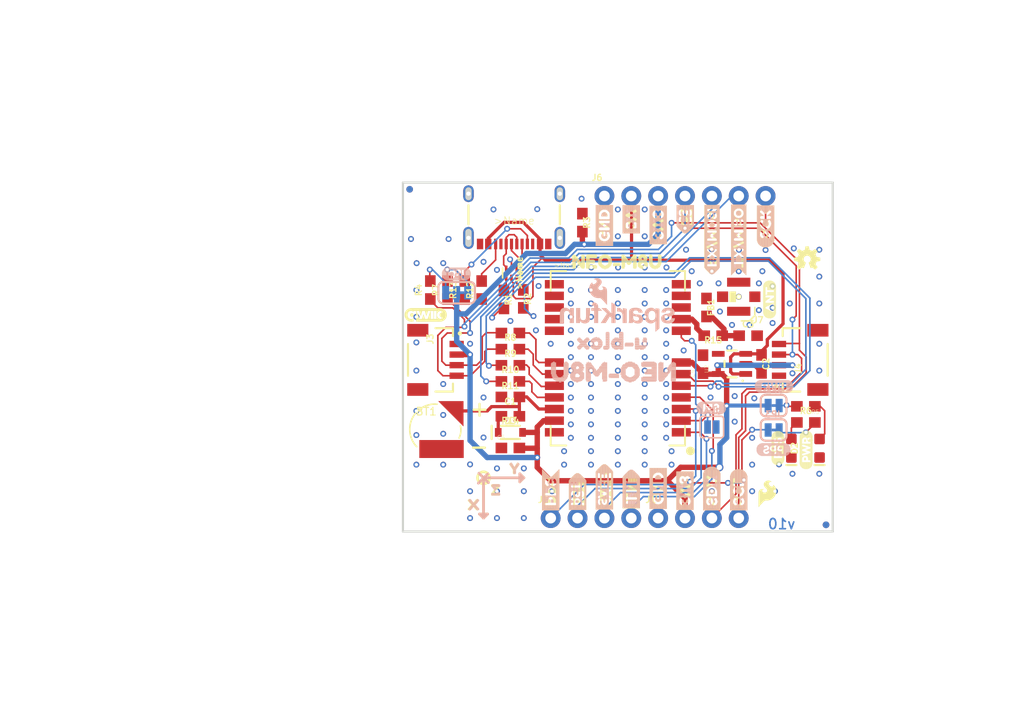
<source format=kicad_pcb>
(kicad_pcb (version 20171130) (host pcbnew "(5.1.6)-1")
  (layers (0 Top signal) (31 Bottom signal) (34 B.Paste user) (35 F.Paste user) (36 B.SilkS user) (37 F.SilkS user) (38 B.Mask user) (39 F.Mask user) (44 Edge.Cuts user))
  (net 0 "")
  (net 1 3.3V)
  (net 2 GND)
  (net 3 5V)
  (net 4 V_BATT)
  (net 5 VDD)
  (net 6 /SCL/SCK)
  (net 7 /SDA/~CS)
  (net 8 /TXO/MISO)
  (net 9 "Net-(R10-Pad1)")
  (net 10 /RXI/MOSI)
  (net 11 "Net-(R11-Pad1)")
  (net 12 "Net-(JP1-Pad3)")
  (net 13 "Net-(JP1-Pad1)")
  (net 14 "Net-(D2-PadA)")
  (net 15 /PPS)
  (net 16 "Net-(JP3-Pad1)")
  (net 17 "Net-(D3-PadC)")
  (net 18 "Net-(R8-Pad1)")
  (net 19 "Net-(R9-Pad1)")
  (net 20 /GPS_ANT1)
  (net 21 "Net-(JP2-Pad1)")
  (net 22 "Net-(D1-PadA)")
  (net 23 "Net-(U2-Pad4)")
  (net 24 "Net-(R1-Pad2)")
  (net 25 /D+)
  (net 26 "Net-(R2-Pad2)")
  (net 27 /D-)
  (net 28 /D_SEL)
  (net 29 "Net-(C3-Pad1)")
  (net 30 "Net-(D4-Pad3)")
  (net 31 "Net-(D4-Pad1)")
  (net 32 /SHIELD)
  (net 33 "Net-(J5-PadA5)")
  (net 34 "Net-(J5-PadB5)")
  (net 35 /EXT_INT)
  (net 36 /TP2/~SAFE)
  (net 37 /~RESET)
  (net 38 "Net-(U1-Pad15)")
  (net 39 "Net-(U1-Pad14)")
  (module "SparkFun NEO-M8U:STAND-OFF" (layer Top) (at 130.7211 91.0463)
    (fp_text reference JP11 hide)
    (fp_text value STAND-OFF hide)
    (pad "" np_thru_hole circle (at 0 0) (size 3.302 3.302) (drill 3.302) (layers *.Cu *.Mask))
  )
  (module "SparkFun NEO-M8U:STAND-OFF" (layer Top) (at 166.2811 91.0463)
    (fp_text reference JP12 hide)
    (fp_text value STAND-OFF hide)
    (pad "" np_thru_hole circle (at 0 0) (size 3.302 3.302) (drill 3.302) (layers *.Cu *.Mask))
  )
  (module "SparkFun NEO-M8U:MICRO-FIDUCIAL" (layer Top) (at 168.1861 120.8659)
    (fp_text reference JP5 hide)
    (fp_text value FIDUCIALUFIDUCIAL hide)
    (pad 1 smd roundrect (at 0 0) (size 0.635 0.635) (layers Top F.Mask) (roundrect_rratio 0.5))
  )
  (module "SparkFun NEO-M8U:MICRO-FIDUCIAL" (layer Top) (at 128.8161 89.1413)
    (fp_text reference JP7 hide)
    (fp_text value FIDUCIALUFIDUCIAL hide)
    (pad 1 smd roundrect (at 0 0) (size 0.635 0.635) (layers Top F.Mask) (roundrect_rratio 0.5))
  )
  (module "SparkFun NEO-M8U:JST04_1MM_RA" (layer Top) (at 133.2611 105.2703 270)
    (fp_text reference J3 (at -1.397 2.159 90) (layer F.SilkS) (effects (font (size 0.57912 0.57912) (thickness 0.115824)) (justify left bottom)))
    (fp_text value "Qwiic Right Angle" hide)
    (pad 4 smd rect (at 1.5 0 270) (size 0.6 1.35) (layers Top F.Paste F.Mask) (net 6 /SCL/SCK))
    (pad 3 smd rect (at 0.5 0 270) (size 0.6 1.35) (layers Top F.Paste F.Mask) (net 7 /SDA/~CS))
    (pad 2 smd rect (at -0.5 0 270) (size 0.6 1.35) (layers Top F.Paste F.Mask) (net 1 3.3V))
    (pad 1 smd rect (at -1.5 0 270) (size 0.6 1.35) (layers Top F.Paste F.Mask) (net 2 GND))
    (pad NC1 smd rect (at 2.8 3.675 270) (size 1.2 2) (layers Top F.Paste F.Mask))
    (pad NC2 smd rect (at -2.8 3.675 270) (size 1.2 2) (layers Top F.Paste F.Mask))
  )
  (module "SparkFun NEO-M8U:CREATIVE_COMMONS" (layer Top) (at 110.4011 139.2809)
    (fp_text reference FRAME1 hide)
    (fp_text value FRAME-LETTER hide)
  )
  (module "SparkFun NEO-M8U:JST04_1MM_RA" (layer Top) (at 163.7411 105.2703 90)
    (fp_text reference J4 (at -1.397 2.159 90) (layer F.SilkS) (effects (font (size 0.57912 0.57912) (thickness 0.115824)) (justify left bottom)))
    (fp_text value "Qwiic Right Angle" hide)
    (pad 4 smd rect (at 1.5 0 90) (size 0.6 1.35) (layers Top F.Paste F.Mask) (net 6 /SCL/SCK))
    (pad 3 smd rect (at 0.5 0 90) (size 0.6 1.35) (layers Top F.Paste F.Mask) (net 7 /SDA/~CS))
    (pad 2 smd rect (at -0.5 0 90) (size 0.6 1.35) (layers Top F.Paste F.Mask) (net 1 3.3V))
    (pad 1 smd rect (at -1.5 0 90) (size 0.6 1.35) (layers Top F.Paste F.Mask) (net 2 GND))
    (pad NC1 smd rect (at 2.8 3.675 90) (size 1.2 2) (layers Top F.Paste F.Mask))
    (pad NC2 smd rect (at -2.8 3.675 90) (size 1.2 2) (layers Top F.Paste F.Mask))
  )
  (module "SparkFun NEO-M8U:OSHW-LOGO-MINI" (layer Top) (at 166.4081 95.7453)
    (fp_text reference LOGO1 hide)
    (fp_text value OSHW-LOGOMINI hide)
  )
  (module "SparkFun NEO-M8U:0603" (layer Top) (at 138.3411 105.7783 180)
    (fp_text reference R10 (at 0 -0.762) (layer F.SilkS) (effects (font (size 0.57912 0.57912) (thickness 0.115824)) (justify bottom)))
    (fp_text value 33)
    (pad 2 smd rect (at 0.85 0 180) (size 1.1 1) (layers Top F.Paste F.Mask) (net 8 /TXO/MISO))
    (pad 1 smd rect (at -0.85 0 180) (size 1.1 1) (layers Top F.Paste F.Mask) (net 9 "Net-(R10-Pad1)"))
  )
  (module "SparkFun NEO-M8U:0603" (layer Top) (at 138.3411 107.3023 180)
    (fp_text reference R11 (at 0 -0.762) (layer F.SilkS) (effects (font (size 0.57912 0.57912) (thickness 0.115824)) (justify bottom)))
    (fp_text value 33)
    (pad 2 smd rect (at 0.85 0 180) (size 1.1 1) (layers Top F.Paste F.Mask) (net 10 /RXI/MOSI))
    (pad 1 smd rect (at -0.85 0 180) (size 1.1 1) (layers Top F.Paste F.Mask) (net 11 "Net-(R11-Pad1)"))
  )
  (module "SparkFun NEO-M8U:0603" (layer Top) (at 138.3411 108.7755 180)
    (fp_text reference C1 (at 0 -0.762) (layer F.SilkS) (effects (font (size 0.57912 0.57912) (thickness 0.115824)) (justify bottom)))
    (fp_text value 1.0uF)
    (pad 2 smd rect (at 0.85 0 180) (size 1.1 1) (layers Top F.Paste F.Mask) (net 2 GND))
    (pad 1 smd rect (at -0.85 0 180) (size 1.1 1) (layers Top F.Paste F.Mask) (net 4 V_BATT))
  )
  (module "SparkFun NEO-M8U:ML414H_IV01E" (layer Top) (at 131.2291 111.8489)
    (fp_text reference BT1 (at -1.905004 -1.270003) (layer F.SilkS) (effects (font (size 0.7239 0.7239) (thickness 0.108585)) (justify left bottom)))
    (fp_text value 6.8MM_COIN_CELL hide)
    (fp_poly (pts (xy 0.28 -2.68) (xy 2.68 -2.68) (xy 2.68 -0.28)) (layer Top) (width 0))
    (pad + smd rect (at 2.022 -2.032) (size 1 1) (layers Top F.Mask) (net 4 V_BATT))
    (pad - smd rect (at 0.6 1.85) (size 4.2 1.7) (layers Top F.Mask) (net 2 GND))
  )
  (module "SparkFun NEO-M8U:0603" (layer Top) (at 130.7719 98.6663 90)
    (fp_text reference R4 (at 0 -0.762 90) (layer F.SilkS) (effects (font (size 0.57912 0.57912) (thickness 0.115824)) (justify bottom)))
    (fp_text value 2.2k)
    (pad 2 smd rect (at 0.85 0 90) (size 1.1 1) (layers Top F.Paste F.Mask) (net 12 "Net-(JP1-Pad3)"))
    (pad 1 smd rect (at -0.85 0 90) (size 1.1 1) (layers Top F.Paste F.Mask) (net 6 /SCL/SCK))
  )
  (module "SparkFun NEO-M8U:0603" (layer Top) (at 132.3975 98.6663 90)
    (fp_text reference R7 (at 0 -0.762 90) (layer F.SilkS) (effects (font (size 0.57912 0.57912) (thickness 0.115824)) (justify bottom)))
    (fp_text value 2.2k)
    (pad 2 smd rect (at 0.85 0 90) (size 1.1 1) (layers Top F.Paste F.Mask) (net 13 "Net-(JP1-Pad1)"))
    (pad 1 smd rect (at -0.85 0 90) (size 1.1 1) (layers Top F.Paste F.Mask) (net 7 /SDA/~CS))
  )
  (module "SparkFun NEO-M8U:SMT-JUMPER_3_2-NC_TRACE_SILK" (layer Bottom) (at 133.2611 98.9203 180)
    (fp_text reference JP1 (at 0 1.143) (layer B.SilkS) (effects (font (size 0.57912 0.57912) (thickness 0.115824)) (justify bottom mirror)))
    (fp_text value JUMPER-SMT_3_2-NC_TRACE_SILK)
    (fp_poly (pts (xy -0.70485 0.127) (xy 0.70485 0.127) (xy 0.70485 -0.127) (xy -0.70485 -0.127)) (layer Bottom) (width 0))
    (pad 3 smd rect (at 1.0414 0 180) (size 0.6604 1.27) (layers Bottom B.Mask) (net 12 "Net-(JP1-Pad3)"))
    (pad 2 smd rect (at 0 0 180) (size 0.6604 1.27) (layers Bottom B.Mask) (net 1 3.3V))
    (pad 1 smd rect (at -1.0414 0 180) (size 0.6604 1.27) (layers Bottom B.Mask) (net 13 "Net-(JP1-Pad1)"))
  )
  (module "SparkFun NEO-M8U:LED-0603" (layer Top) (at 164.9095 113.6269 270)
    (fp_text reference D2 (at 0 -0.635 90) (layer F.SilkS) (effects (font (size 0.57912 0.57912) (thickness 0.115824)) (justify bottom)))
    (fp_text value BLUE)
    (pad A smd roundrect (at -0.877 0 180) (size 1 1) (layers Top F.Paste F.Mask) (roundrect_rratio 0.15) (net 14 "Net-(D2-PadA)"))
    (pad C smd roundrect (at 0.877 0 180) (size 1 1) (layers Top F.Paste F.Mask) (roundrect_rratio 0.15) (net 2 GND))
  )
  (module "SparkFun NEO-M8U:SMT-JUMPER_2_NC_TRACE_SILK" (layer Bottom) (at 163.2331 111.8997 180)
    (fp_text reference JP3 (at 0 1.143) (layer B.SilkS) (effects (font (size 0.57912 0.57912) (thickness 0.115824)) (justify bottom mirror)))
    (fp_text value JUMPER-SMT_2_NC_TRACE_SILK)
    (fp_poly (pts (xy -0.6985 0.127) (xy 0.18415 0.127) (xy 0.18415 -0.127) (xy -0.6985 -0.127)) (layer Bottom) (width 0))
    (pad 2 smd rect (at 0.5207 0 180) (size 0.6604 1.27) (layers Bottom B.Mask) (net 15 /PPS))
    (pad 1 smd rect (at -0.5207 0 180) (size 0.6604 1.27) (layers Bottom B.Mask) (net 16 "Net-(JP3-Pad1)"))
  )
  (module "SparkFun NEO-M8U:SOD-323" (layer Top) (at 138.3411 112.1283)
    (fp_text reference D3 (at 0 -0.762) (layer F.SilkS) (effects (font (size 0.57912 0.57912) (thickness 0.115824)) (justify bottom)))
    (fp_text value 0.5A/40V/420mV)
    (pad A smd rect (at 1.15 0) (size 0.63 0.83) (layers Top F.Paste F.Mask) (net 1 3.3V))
    (pad C smd rect (at -1.15 0) (size 0.63 0.83) (layers Top F.Paste F.Mask) (net 17 "Net-(D3-PadC)"))
  )
  (module "SparkFun NEO-M8U:0603" (layer Top) (at 138.3411 110.6043 180)
    (fp_text reference R14 (at 0 -0.762) (layer F.SilkS) (effects (font (size 0.57912 0.57912) (thickness 0.115824)) (justify bottom)))
    (fp_text value 1k)
    (pad 2 smd rect (at 0.85 0 180) (size 1.1 1) (layers Top F.Paste F.Mask) (net 17 "Net-(D3-PadC)"))
    (pad 1 smd rect (at -0.85 0 180) (size 1.1 1) (layers Top F.Paste F.Mask) (net 4 V_BATT))
  )
  (module "SparkFun NEO-M8U:0603" (layer Top) (at 166.2811 111.1885)
    (fp_text reference R6 (at 0 -0.762) (layer F.SilkS) (effects (font (size 0.57912 0.57912) (thickness 0.115824)) (justify bottom)))
    (fp_text value 1k)
    (pad 2 smd rect (at 0.85 0) (size 1.1 1) (layers Top F.Paste F.Mask) (net 16 "Net-(JP3-Pad1)"))
    (pad 1 smd rect (at -0.85 0) (size 1.1 1) (layers Top F.Paste F.Mask) (net 14 "Net-(D2-PadA)"))
  )
  (module "SparkFun NEO-M8U:MICRO-FIDUCIAL" (layer Bottom) (at 168.1861 120.8659 180)
    (fp_text reference JP6 hide)
    (fp_text value FIDUCIALUFIDUCIAL hide)
    (pad 1 smd roundrect (at 0 0 180) (size 0.635 0.635) (layers Bottom B.Mask) (roundrect_rratio 0.5))
  )
  (module "SparkFun NEO-M8U:MICRO-FIDUCIAL" (layer Bottom) (at 128.8161 89.1413 180)
    (fp_text reference JP8 hide)
    (fp_text value FIDUCIALUFIDUCIAL hide)
    (pad 1 smd roundrect (at 0 0 180) (size 0.635 0.635) (layers Bottom B.Mask) (roundrect_rratio 0.5))
  )
  (module "SparkFun NEO-M8U:0603" (layer Top) (at 138.3411 102.7303 180)
    (fp_text reference R8 (at 0 -0.762) (layer F.SilkS) (effects (font (size 0.57912 0.57912) (thickness 0.115824)) (justify bottom)))
    (fp_text value 33)
    (pad 2 smd rect (at 0.85 0 180) (size 1.1 1) (layers Top F.Paste F.Mask) (net 7 /SDA/~CS))
    (pad 1 smd rect (at -0.85 0 180) (size 1.1 1) (layers Top F.Paste F.Mask) (net 18 "Net-(R8-Pad1)"))
  )
  (module "SparkFun NEO-M8U:0603" (layer Top) (at 138.3411 104.2543 180)
    (fp_text reference R9 (at 0 -0.762) (layer F.SilkS) (effects (font (size 0.57912 0.57912) (thickness 0.115824)) (justify bottom)))
    (fp_text value 33)
    (pad 2 smd rect (at 0.85 0 180) (size 1.1 1) (layers Top F.Paste F.Mask) (net 6 /SCL/SCK))
    (pad 1 smd rect (at -0.85 0 180) (size 1.1 1) (layers Top F.Paste F.Mask) (net 19 "Net-(R9-Pad1)"))
  )
  (module "SparkFun NEO-M8U:STAND-OFF" (layer Top) (at 130.7211 118.9609)
    (fp_text reference JP9 hide)
    (fp_text value STAND-OFF hide)
    (pad "" np_thru_hole circle (at 0 0) (size 3.302 3.302) (drill 3.302) (layers *.Cu *.Mask))
  )
  (module "SparkFun NEO-M8U:STAND-OFF" (layer Top) (at 166.2811 118.9609)
    (fp_text reference JP10 hide)
    (fp_text value STAND-OFF hide)
    (pad "" np_thru_hole circle (at 0 0) (size 3.302 3.302) (drill 3.302) (layers *.Cu *.Mask))
  )
  (module "SparkFun NEO-M8U:SDA-[)" (layer Top) (at 157.3911 119.9769 90)
    (fp_text reference U$1 hide)
    (fp_text value "" hide)
  )
  (module "SparkFun NEO-M8U:SCL-[)" (layer Top) (at 159.9311 119.9769 90)
    (fp_text reference U$3 hide)
    (fp_text value "" hide)
  )
  (module "SparkFun NEO-M8U:SDA-[)" (layer Bottom) (at 157.3911 119.9769 90)
    (fp_text reference U$4 hide)
    (fp_text value "" hide)
  )
  (module "SparkFun NEO-M8U:SCL-[)" (layer Bottom) (at 159.9311 119.9769 90)
    (fp_text reference U$5 hide)
    (fp_text value "" hide)
  )
  (module "SparkFun NEO-M8U:3V3-04" (layer Top) (at 154.8511 119.9769 90)
    (fp_text reference U$6 hide)
    (fp_text value "" hide)
  )
  (module "SparkFun NEO-M8U:3V3-04" (layer Bottom) (at 154.8511 119.9769 90)
    (fp_text reference U$7 hide)
    (fp_text value "" hide)
  )
  (module "SparkFun NEO-M8U:GND-04" (layer Top) (at 152.3111 119.8499 90)
    (fp_text reference U$8 hide)
    (fp_text value "" hide)
  )
  (module "SparkFun NEO-M8U:GND-04" (layer Bottom) (at 152.3111 119.8499 90)
    (fp_text reference U$9 hide)
    (fp_text value "" hide)
  )
  (module "SparkFun NEO-M8U:I_SUPER2_C-()-03" (layer Bottom) (at 134.6581 97.1423 180)
    (fp_text reference U$10 hide)
    (fp_text value "" hide)
  )
  (module "SparkFun NEO-M8U:U#BLOX3" (layer Bottom) (at 152.6921 103.4923 180)
    (fp_text reference U$22 hide)
    (fp_text value "" hide)
  )
  (module "SparkFun NEO-M8U:#RST3" (layer Top) (at 144.6911 120.1039 90)
    (fp_text reference U$35 hide)
    (fp_text value "" hide)
  )
  (module "SparkFun NEO-M8U:#RST3" (layer Bottom) (at 144.6911 120.1039 90)
    (fp_text reference U$36 hide)
    (fp_text value "" hide)
  )
  (module "SparkFun NEO-M8U:#SAFE1" (layer Top) (at 147.2311 120.1039 90)
    (fp_text reference U$39 hide)
    (fp_text value "" hide)
  )
  (module "SparkFun NEO-M8U:#SAFE1" (layer Bottom) (at 147.2311 120.1039 90)
    (fp_text reference U$40 hide)
    (fp_text value "" hide)
  )
  (module "SparkFun NEO-M8U:PPS5" (layer Top) (at 142.1511 119.9769 90)
    (fp_text reference U$43 hide)
    (fp_text value "" hide)
  )
  (module "SparkFun NEO-M8U:PPS5" (layer Bottom) (at 142.1511 119.9769 90)
    (fp_text reference U$44 hide)
    (fp_text value "" hide)
  )
  (module "SparkFun NEO-M8U:U.FL" (layer Top) (at 159.9311 99.3013 180)
    (fp_text reference J7 (at -1.27 -2.54) (layer F.SilkS) (effects (font (size 0.57912 0.57912) (thickness 0.115824)) (justify left bottom)))
    (fp_text value U.FL)
    (pad NC smd rect (at -1.525 0 180) (size 1.05 1) (layers Top F.Paste F.Mask))
    (pad FEED smd rect (at 1.525 0 180) (size 1.05 1) (layers Top F.Paste F.Mask) (net 20 /GPS_ANT1))
    (pad 2 smd rect (at 0 1.375 180) (size 2.2 0.85) (layers Top F.Paste F.Mask) (net 2 GND))
    (pad 1 smd rect (at 0 -1.375 180) (size 2.2 0.85) (layers Top F.Paste F.Mask) (net 2 GND))
  )
  (module "SparkFun NEO-M8U:PPS0" (layer Top) (at 163.6395 115.2779 90)
    (fp_text reference U$52 hide)
    (fp_text value "" hide)
  )
  (module "SparkFun NEO-M8U:0603" (layer Top) (at 156.5529 105.6767 90)
    (fp_text reference C4 (at -0.889 -0.762 90) (layer F.SilkS) (effects (font (size 0.38608 0.38608) (thickness 0.030886)) (justify bottom)))
    (fp_text value 1.0uF)
    (pad 2 smd rect (at 0.85 0 90) (size 1.1 1) (layers Top F.Paste F.Mask) (net 2 GND))
    (pad 1 smd rect (at -0.85 0 90) (size 1.1 1) (layers Top F.Paste F.Mask) (net 1 3.3V))
  )
  (module "SparkFun NEO-M8U:0603" (layer Top) (at 138.3411 113.6015)
    (fp_text reference C5 (at -0.889 -0.762) (layer F.SilkS) (effects (font (size 0.38608 0.38608) (thickness 0.030886)) (justify bottom)))
    (fp_text value 0.1uF)
    (pad 2 smd rect (at 0.85 0) (size 1.1 1) (layers Top F.Paste F.Mask) (net 1 3.3V))
    (pad 1 smd rect (at -0.85 0) (size 1.1 1) (layers Top F.Paste F.Mask) (net 2 GND))
  )
  (module "SparkFun NEO-M8U:LED-0603" (layer Top) (at 167.5765 113.6269 270)
    (fp_text reference D1 (at -0.6985 0.889) (layer F.SilkS) (effects (font (size 0.38608 0.38608) (thickness 0.030886)) (justify bottom)))
    (fp_text value RED)
    (pad A smd roundrect (at -0.877 0 180) (size 1 1) (layers Top F.Paste F.Mask) (roundrect_rratio 0.15) (net 22 "Net-(D1-PadA)"))
    (pad C smd roundrect (at 0.877 0 180) (size 1 1) (layers Top F.Paste F.Mask) (roundrect_rratio 0.15) (net 2 GND))
  )
  (module "SparkFun NEO-M8U:0603" (layer Top) (at 166.2811 109.6645 180)
    (fp_text reference R5 (at -0.889 -0.762) (layer F.SilkS) (effects (font (size 0.38608 0.38608) (thickness 0.030886)) (justify bottom)))
    (fp_text value 1k)
    (pad 2 smd rect (at 0.85 0 180) (size 1.1 1) (layers Top F.Paste F.Mask) (net 21 "Net-(JP2-Pad1)"))
    (pad 1 smd rect (at -0.85 0 180) (size 1.1 1) (layers Top F.Paste F.Mask) (net 22 "Net-(D1-PadA)"))
  )
  (module "SparkFun NEO-M8U:SOT23-5" (layer Top) (at 159.2961 105.6513 90)
    (fp_text reference U2 (at -0.889 -2.159 90) (layer F.SilkS) (effects (font (size 0.38608 0.38608) (thickness 0.030886)) (justify left bottom)))
    (fp_text value 3.3V)
    (pad 5 smd rect (at -0.95 -1.3001 90) (size 0.55 1.2) (layers Top F.Paste F.Mask) (net 1 3.3V))
    (pad 4 smd rect (at 0.95 -1.3001 90) (size 0.55 1.2) (layers Top F.Paste F.Mask) (net 23 "Net-(U2-Pad4)"))
    (pad 3 smd rect (at 0.95 1.3001 90) (size 0.55 1.2) (layers Top F.Paste F.Mask) (net 3 5V))
    (pad 2 smd rect (at 0 1.3001 90) (size 0.55 1.2) (layers Top F.Paste F.Mask) (net 2 GND))
    (pad 1 smd rect (at -0.95 1.3001 90) (size 0.55 1.2) (layers Top F.Paste F.Mask) (net 3 5V))
  )
  (module "SparkFun NEO-M8U:0603" (layer Top) (at 162.0901 105.6513 270)
    (fp_text reference C2 (at 0 -0.762 90) (layer F.SilkS) (effects (font (size 0.57912 0.57912) (thickness 0.115824)) (justify bottom)))
    (fp_text value 1.0uF)
    (pad 2 smd rect (at 0.85 0 270) (size 1.1 1) (layers Top F.Paste F.Mask) (net 2 GND))
    (pad 1 smd rect (at -0.85 0 270) (size 1.1 1) (layers Top F.Paste F.Mask) (net 3 5V))
  )
  (module "SparkFun NEO-M8U:0603" (layer Top) (at 137.7315 99.5553 270)
    (fp_text reference R1 (at 0 -0.762 90) (layer F.SilkS) (effects (font (size 0.57912 0.57912) (thickness 0.115824)) (justify bottom)))
    (fp_text value 27)
    (pad 2 smd rect (at 0.85 0 270) (size 1.1 1) (layers Top F.Paste F.Mask) (net 24 "Net-(R1-Pad2)"))
    (pad 1 smd rect (at -0.85 0 270) (size 1.1 1) (layers Top F.Paste F.Mask) (net 25 /D+))
  )
  (module "SparkFun NEO-M8U:0603" (layer Top) (at 139.5603 99.5045 270)
    (fp_text reference R2 (at 0 -0.762 90) (layer F.SilkS) (effects (font (size 0.57912 0.57912) (thickness 0.115824)) (justify bottom)))
    (fp_text value 27)
    (pad 2 smd rect (at 0.85 0 270) (size 1.1 1) (layers Top F.Paste F.Mask) (net 26 "Net-(R2-Pad2)"))
    (pad 1 smd rect (at -0.85 0 270) (size 1.1 1) (layers Top F.Paste F.Mask) (net 27 /D-))
  )
  (module "SparkFun NEO-M8U:SMT-JUMPER_2_NO_SILK" (layer Bottom) (at 157.3911 111.6203 180)
    (fp_text reference JP4 (at 0 1.143) (layer B.SilkS) (effects (font (size 0.57912 0.57912) (thickness 0.115824)) (justify bottom mirror)))
    (fp_text value JUMPER-SMT_2_NO_SILK)
    (pad 2 smd rect (at 0.4064 0 180) (size 0.635 1.27) (layers Bottom B.Mask) (net 28 /D_SEL))
    (pad 1 smd rect (at -0.4064 0 180) (size 0.635 1.27) (layers Bottom B.Mask) (net 2 GND))
  )
  (module "SparkFun NEO-M8U:0603" (layer Top) (at 160.8201 102.9843)
    (fp_text reference C3 (at 0 -0.762) (layer F.SilkS) (effects (font (size 0.57912 0.57912) (thickness 0.115824)) (justify bottom)))
    (fp_text value 47pF)
    (pad 2 smd rect (at 0.85 0) (size 1.1 1) (layers Top F.Paste F.Mask) (net 2 GND))
    (pad 1 smd rect (at -0.85 0) (size 1.1 1) (layers Top F.Paste F.Mask) (net 29 "Net-(C3-Pad1)"))
  )
  (module "SparkFun NEO-M8U:0603" (layer Top) (at 157.5181 102.9843 180)
    (fp_text reference R15 (at 0 -0.762) (layer F.SilkS) (effects (font (size 0.57912 0.57912) (thickness 0.115824)) (justify bottom)))
    (fp_text value 10)
    (pad 2 smd rect (at 0.85 0 180) (size 1.1 1) (layers Top F.Paste F.Mask) (net 5 VDD))
    (pad 1 smd rect (at -0.85 0 180) (size 1.1 1) (layers Top F.Paste F.Mask) (net 29 "Net-(C3-Pad1)"))
  )
  (module "SparkFun NEO-M8U:0603" (layer Top) (at 145.1483 92.2909 270)
    (fp_text reference R3 (at 0 -0.762 90) (layer F.SilkS) (effects (font (size 0.57912 0.57912) (thickness 0.115824)) (justify bottom)))
    (fp_text value 100k)
    (pad 2 smd rect (at 0.85 0 270) (size 1.1 1) (layers Top F.Paste F.Mask) (net 1 3.3V))
    (pad 1 smd rect (at -0.85 0 270) (size 1.1 1) (layers Top F.Paste F.Mask) (net 2 GND))
  )
  (module "SparkFun NEO-M8U:0603" (layer Top) (at 156.8831 100.3173 270)
    (fp_text reference FB1 (at 0 -0.762 90) (layer F.SilkS) (effects (font (size 0.57912 0.57912) (thickness 0.115824)) (justify bottom)))
    (fp_text value 30Ω/1.8A)
    (pad 2 smd rect (at 0.85 0 270) (size 1.1 1) (layers Top F.Paste F.Mask) (net 29 "Net-(C3-Pad1)"))
    (pad 1 smd rect (at -0.85 0 270) (size 1.1 1) (layers Top F.Paste F.Mask) (net 20 /GPS_ANT1))
  )
  (module "SparkFun NEO-M8U:3V3-04" (layer Bottom) (at 152.3111 94.8563 90)
    (fp_text reference U$60 hide)
    (fp_text value "" hide)
  )
  (module "SparkFun NEO-M8U:3V3-04" (layer Top) (at 152.3111 94.8563 90)
    (fp_text reference U$61 hide)
    (fp_text value "" hide)
  )
  (module "SparkFun NEO-M8U:GND-04" (layer Bottom) (at 147.2311 94.9833 90)
    (fp_text reference U$62 hide)
    (fp_text value "" hide)
  )
  (module "SparkFun NEO-M8U:GND-04" (layer Top) (at 147.2311 94.9833 90)
    (fp_text reference U$63 hide)
    (fp_text value "" hide)
  )
  (module "SparkFun NEO-M8U:PWR-()-03" (layer Top) (at 166.3065 115.6589 90)
    (fp_text reference U$18 hide)
    (fp_text value "" hide)
  )
  (module "SparkFun NEO-M8U:1X07_NO_SILK" (layer Top) (at 147.2311 89.7763)
    (fp_text reference J6 (at -1.27 -1.397) (layer F.SilkS) (effects (font (size 0.57912 0.57912) (thickness 0.115824)) (justify left bottom)))
    (fp_text value CONN_07NO_SILK)
    (pad 7 thru_hole circle (at 15.24 0 90) (size 1.8796 1.8796) (drill 1.016) (layers *.Cu *.Mask) (net 6 /SCL/SCK))
    (pad 6 thru_hole circle (at 12.7 0 90) (size 1.8796 1.8796) (drill 1.016) (layers *.Cu *.Mask) (net 8 /TXO/MISO))
    (pad 5 thru_hole circle (at 10.16 0 90) (size 1.8796 1.8796) (drill 1.016) (layers *.Cu *.Mask) (net 10 /RXI/MOSI))
    (pad 4 thru_hole circle (at 7.62 0 90) (size 1.8796 1.8796) (drill 1.016) (layers *.Cu *.Mask) (net 7 /SDA/~CS))
    (pad 3 thru_hole circle (at 5.08 0 90) (size 1.8796 1.8796) (drill 1.016) (layers *.Cu *.Mask) (net 1 3.3V))
    (pad 2 thru_hole circle (at 2.54 0 90) (size 1.8796 1.8796) (drill 1.016) (layers *.Cu *.Mask) (net 3 5V))
    (pad 1 thru_hole circle (at 0 0 90) (size 1.8796 1.8796) (drill 1.016) (layers *.Cu *.Mask) (net 2 GND))
  )
  (module "SparkFun NEO-M8U:5V" (layer Top) (at 149.7711 93.8403 90)
    (fp_text reference U$19 hide)
    (fp_text value "" hide)
  )
  (module "SparkFun NEO-M8U:5V" (layer Bottom) (at 149.7711 93.8403 90)
    (fp_text reference U$20 hide)
    (fp_text value "" hide)
  )
  (module "SparkFun NEO-M8U:CS#-_]" (layer Top) (at 154.8765 93.5863 90)
    (fp_text reference U$23 hide)
    (fp_text value "" hide)
  )
  (module "SparkFun NEO-M8U:CS#-_]" (layer Bottom) (at 154.8765 93.5863 90)
    (fp_text reference U$24 hide)
    (fp_text value "" hide)
  )
  (module "SparkFun NEO-M8U:SCK-(]-04" (layer Top) (at 162.4711 94.7039 90)
    (fp_text reference U$38 hide)
    (fp_text value "" hide)
  )
  (module "SparkFun NEO-M8U:SCK-(]-04" (layer Bottom) (at 162.4711 94.7039 90)
    (fp_text reference U$41 hide)
    (fp_text value "" hide)
  )
  (module "SparkFun NEO-M8U:SFE_LOGO_FLAME_.1" (layer Top) (at 162.6235 117.9195)
    (fp_text reference U$33 hide)
    (fp_text value "" hide)
  )
  (module "SparkFun NEO-M8U:RX#MOSI3" (layer Bottom) (at 157.4165 97.2693 90)
    (fp_text reference U$31 hide)
    (fp_text value "" hide)
  )
  (module "SparkFun NEO-M8U:TX#MISO1" (layer Bottom) (at 159.9311 97.3709 90)
    (fp_text reference U$37 hide)
    (fp_text value "" hide)
  )
  (module "SparkFun NEO-M8U:SFE_LOGO_NAME_FLAME_.1" (layer Bottom) (at 148.3741 101.2063 180)
    (fp_text reference LOGO2 hide)
    (fp_text value SFE_LOGO_NAME_FLAME.1_INCH hide)
  )
  (module "SparkFun NEO-M8U:SMT-JUMPER_2_NC_TRACE_SILK" (layer Bottom) (at 163.2331 109.5883 180)
    (fp_text reference JP2 (at 0 1.143) (layer B.SilkS) (effects (font (size 0.57912 0.57912) (thickness 0.115824)) (justify bottom mirror)))
    (fp_text value JUMPER-SMT_2_NC_TRACE_SILK)
    (fp_poly (pts (xy -0.6985 0.127) (xy 0.18415 0.127) (xy 0.18415 -0.127) (xy -0.6985 -0.127)) (layer Bottom) (width 0))
    (pad 2 smd rect (at 0.5207 0 180) (size 0.6604 1.27) (layers Bottom B.Mask) (net 1 3.3V))
    (pad 1 smd rect (at -0.5207 0 180) (size 0.6604 1.27) (layers Bottom B.Mask) (net 21 "Net-(JP2-Pad1)"))
  )
  (module "SparkFun NEO-M8U:SOT886" (layer Top) (at 138.4427 97.0661 270)
    (fp_text reference D4 hide)
    (fp_text value PRTR5V0U2F hide)
    (fp_text user >Name (at 0 -1.1 270) (layer F.SilkS) (effects (font (size 0.57912 0.57912) (thickness 0.12192)) (justify bottom)))
    (pad 6 smd rect (at 0.43 -0.5 90) (size 0.56 0.25) (layers Top F.Paste F.Mask) (net 27 /D-))
    (pad 5 smd rect (at 0.43 0 90) (size 0.56 0.25) (layers Top F.Paste F.Mask) (net 3 5V))
    (pad 4 smd rect (at 0.43 0.5 90) (size 0.56 0.25) (layers Top F.Paste F.Mask) (net 25 /D+))
    (pad 3 smd rect (at -0.43 0.5 270) (size 0.56 0.25) (layers Top F.Paste F.Mask) (net 30 "Net-(D4-Pad3)"))
    (pad 2 smd rect (at -0.43 0 270) (size 0.56 0.25) (layers Top F.Paste F.Mask) (net 2 GND))
    (pad 1 smd rect (at -0.405 -0.5 270) (size 0.61 0.25) (layers Top F.Paste F.Mask) (net 31 "Net-(D4-Pad1)"))
  )
  (module "SparkFun NEO-M8U:1X04_NO_SILK" (layer Top) (at 152.3111 120.2309)
    (fp_text reference J1 (at -1.27 -1.397) (layer F.SilkS) (effects (font (size 0.57912 0.57912) (thickness 0.115824)) (justify left bottom)))
    (fp_text value CONN_041X04_NO_SILK)
    (pad 4 thru_hole circle (at 7.62 0 90) (size 1.8796 1.8796) (drill 1.016) (layers *.Cu *.Mask) (net 6 /SCL/SCK))
    (pad 3 thru_hole circle (at 5.08 0 90) (size 1.8796 1.8796) (drill 1.016) (layers *.Cu *.Mask) (net 7 /SDA/~CS))
    (pad 2 thru_hole circle (at 2.54 0 90) (size 1.8796 1.8796) (drill 1.016) (layers *.Cu *.Mask) (net 1 3.3V))
    (pad 1 thru_hole circle (at 0 0 90) (size 1.8796 1.8796) (drill 1.016) (layers *.Cu *.Mask) (net 2 GND))
  )
  (module "SparkFun NEO-M8U:USB-C-16P-2LAYER-PADS" (layer Top) (at 138.6967 94.6531 180)
    (fp_text reference J5 hide)
    (fp_text value USB_C_2-LAYER_PADS hide)
    (fp_line (start 4.318 4.78) (end 4.318 5.4) (layer Edge.Cuts) (width 0.6))
    (fp_line (start -4.318 4.78) (end -4.318 5.4) (layer Edge.Cuts) (width 0.6))
    (fp_line (start 4.318 0.365) (end 4.318 1.465) (layer Edge.Cuts) (width 0.6))
    (fp_line (start -4.318 0.365) (end -4.318 1.465) (layer Edge.Cuts) (width 0.6))
    (fp_text user >Name (at 0 2.54 180) (layer F.SilkS) (effects (font (size 0.7239 0.7239) (thickness 0.06096))))
    (fp_poly (pts (xy 4.818 4.795) (xy 4.818 5.395) (xy 4.793528 5.549508) (xy 4.722508 5.688893) (xy 4.611893 5.799508) (xy 4.318 5.895) (xy 4.163492 5.870528) (xy 4.024107 5.799508) (xy 3.913492 5.688893) (xy 3.818 5.395) (xy 3.818 4.795) (xy 3.842472 4.640492) (xy 3.913492 4.501107) (xy 4.024107 4.390492) (xy 4.318 4.295) (xy 4.472508 4.319472) (xy 4.611893 4.390492) (xy 4.722508 4.501107)) (layer Top) (width 0))
    (fp_poly (pts (xy 4.318 5.895) (xy 4.472508 5.870528) (xy 4.611893 5.799508) (xy 4.722508 5.688893) (xy 4.818 5.395) (xy 4.818 4.795) (xy 4.793528 4.640492) (xy 4.722508 4.501107) (xy 4.611893 4.390492) (xy 4.318 4.295) (xy 4.163492 4.319472) (xy 4.024107 4.390492) (xy 3.913492 4.501107) (xy 3.818 4.795) (xy 3.818 5.395) (xy 3.842472 5.549508) (xy 3.913492 5.688893) (xy 4.024107 5.799508)) (layer Bottom) (width 0))
    (fp_poly (pts (xy -4.818 4.795) (xy -4.818 5.395) (xy -4.793528 5.549508) (xy -4.722508 5.688893) (xy -4.611893 5.799508) (xy -4.318 5.895) (xy -4.163492 5.870528) (xy -4.024107 5.799508) (xy -3.913492 5.688893) (xy -3.818 5.395) (xy -3.818 4.795) (xy -3.842472 4.640492) (xy -3.913492 4.501107) (xy -4.024107 4.390492) (xy -4.318 4.295) (xy -4.472508 4.319472) (xy -4.611893 4.390492) (xy -4.722508 4.501107)) (layer Bottom) (width 0))
    (fp_poly (pts (xy -4.318 5.895) (xy -4.472508 5.870528) (xy -4.611893 5.799508) (xy -4.722508 5.688893) (xy -4.818 5.395) (xy -4.818 4.795) (xy -4.793528 4.640492) (xy -4.722508 4.501107) (xy -4.611893 4.390492) (xy -4.318 4.295) (xy -4.163492 4.319472) (xy -4.024107 4.390492) (xy -3.913492 4.501107) (xy -3.818 4.795) (xy -3.818 5.395) (xy -3.842472 5.549508) (xy -3.913492 5.688893) (xy -4.024107 5.799508)) (layer Top) (width 0))
    (fp_poly (pts (xy 3.818 0.365) (xy 3.818 1.465) (xy 3.842472 1.619508) (xy 3.913492 1.758893) (xy 4.024107 1.869508) (xy 4.318 1.965) (xy 4.472508 1.940528) (xy 4.611893 1.869508) (xy 4.722508 1.758893) (xy 4.818 1.465) (xy 4.818 0.365) (xy 4.793528 0.210492) (xy 4.722508 0.071107) (xy 4.611893 -0.039508) (xy 4.318 -0.135) (xy 4.163492 -0.110528) (xy 4.024107 -0.039508) (xy 3.913492 0.071107)) (layer Bottom) (width 0))
    (fp_poly (pts (xy -4.818 0.365) (xy -4.818 1.465) (xy -4.793528 1.619508) (xy -4.722508 1.758893) (xy -4.611893 1.869508) (xy -4.318 1.965) (xy -4.163492 1.940528) (xy -4.024107 1.869508) (xy -3.913492 1.758893) (xy -3.818 1.465) (xy -3.818 0.365) (xy -3.842472 0.210492) (xy -3.913492 0.071107) (xy -4.024107 -0.039508) (xy -4.318 -0.135) (xy -4.472508 -0.110528) (xy -4.611893 -0.039508) (xy -4.722508 0.071107)) (layer Bottom) (width 0))
    (fp_poly (pts (xy 4.818 0.365) (xy 4.818 1.465) (xy 4.793528 1.619508) (xy 4.722508 1.758893) (xy 4.611893 1.869508) (xy 4.318 1.965) (xy 4.163492 1.940528) (xy 4.024107 1.869508) (xy 3.913492 1.758893) (xy 3.818 1.465) (xy 3.818 0.365) (xy 3.842472 0.210492) (xy 3.913492 0.071107) (xy 4.024107 -0.039508) (xy 4.318 -0.135) (xy 4.472508 -0.110528) (xy 4.611893 -0.039508) (xy 4.722508 0.071107)) (layer Top) (width 0))
    (fp_poly (pts (xy -3.818 0.365) (xy -3.818 1.465) (xy -3.842472 1.619508) (xy -3.913492 1.758893) (xy -4.024107 1.869508) (xy -4.318 1.965) (xy -4.472508 1.940528) (xy -4.611893 1.869508) (xy -4.722508 1.758893) (xy -4.818 1.465) (xy -4.818 0.365) (xy -4.793528 0.210492) (xy -4.722508 0.071107) (xy -4.611893 -0.039508) (xy -4.318 -0.135) (xy -4.163492 -0.110528) (xy -4.024107 -0.039508) (xy -3.913492 0.071107)) (layer Top) (width 0))
    (pad SHLD1 thru_hole oval (at -4.318 0.915 270) (size 1.2 0.6) (drill 0.4) (layers *.Cu *.Mask) (net 32 /SHIELD))
    (pad SHLD2 thru_hole oval (at 4.318 0.915 270) (size 1.2 0.6) (drill 0.4) (layers *.Cu *.Mask) (net 32 /SHIELD))
    (pad SHLD4 thru_hole oval (at 4.318 5.095 270) (size 1.2 0.6) (drill 0.4) (layers *.Cu *.Mask) (net 32 /SHIELD))
    (pad SHLD3 thru_hole oval (at -4.318 5.095 270) (size 1.2 0.6) (drill 0.4) (layers *.Cu *.Mask) (net 32 /SHIELD))
    (pad "" np_thru_hole circle (at 2.89 1.445 180) (size 0.65 0.65) (drill 0.65) (layers *.Cu *.Mask))
    (pad "" np_thru_hole circle (at -2.89 1.445 180) (size 0.65 0.65) (drill 0.65) (layers *.Cu *.Mask))
    (pad A5 smd rect (at -1.25 0.34) (size 0.3 1) (layers Top F.Paste F.Mask) (net 33 "Net-(J5-PadA5)"))
    (pad B8 smd rect (at -1.75 0.34) (size 0.3 1) (layers Top F.Paste F.Mask))
    (pad VBUS1 smd rect (at -2.45 0.34) (size 0.6 1) (layers Top F.Paste F.Mask) (net 3 5V))
    (pad GND smd rect (at -3.225 0.34) (size 0.6 1) (layers Top F.Paste F.Mask) (net 2 GND))
    (pad A6 smd rect (at -0.25 0.34) (size 0.3 1) (layers Top F.Paste F.Mask) (net 30 "Net-(D4-Pad3)"))
    (pad B7 smd rect (at -0.75 0.34) (size 0.3 1) (layers Top F.Paste F.Mask) (net 31 "Net-(D4-Pad1)"))
    (pad A8 smd rect (at 1.25 0.34 180) (size 0.3 1) (layers Top F.Paste F.Mask))
    (pad B5 smd rect (at 1.75 0.34 180) (size 0.3 1) (layers Top F.Paste F.Mask) (net 34 "Net-(J5-PadB5)"))
    (pad VBUS2 smd rect (at 2.45 0.34 180) (size 0.6 1) (layers Top F.Paste F.Mask) (net 3 5V))
    (pad GND2 smd rect (at 3.225 0.34 180) (size 0.6 1) (layers Top F.Paste F.Mask) (net 2 GND))
    (pad A7 smd rect (at 0.25 0.34 180) (size 0.3 1) (layers Top F.Paste F.Mask) (net 31 "Net-(D4-Pad1)"))
    (pad B6 smd rect (at 0.75 0.34 180) (size 0.3 1) (layers Top F.Paste F.Mask) (net 30 "Net-(D4-Pad3)"))
  )
  (module "SparkFun NEO-M8U:0603" (layer Top) (at 135.6233 98.6663 90)
    (fp_text reference R12 (at 0 -0.762 90) (layer F.SilkS) (effects (font (size 0.57912 0.57912) (thickness 0.115824)) (justify bottom)))
    (fp_text value 5.1k)
    (pad 2 smd rect (at 0.85 0 90) (size 1.1 1) (layers Top F.Paste F.Mask) (net 34 "Net-(J5-PadB5)"))
    (pad 1 smd rect (at -0.85 0 90) (size 1.1 1) (layers Top F.Paste F.Mask) (net 2 GND))
  )
  (module "SparkFun NEO-M8U:0603" (layer Top) (at 134.0231 98.6663 90)
    (fp_text reference R13 (at 0 -0.762 90) (layer F.SilkS) (effects (font (size 0.57912 0.57912) (thickness 0.115824)) (justify bottom)))
    (fp_text value 5.1k)
    (pad 2 smd rect (at 0.85 0 90) (size 1.1 1) (layers Top F.Paste F.Mask) (net 33 "Net-(J5-PadA5)"))
    (pad 1 smd rect (at -0.85 0 90) (size 1.1 1) (layers Top F.Paste F.Mask) (net 2 GND))
  )
  (module "SparkFun NEO-M8U:SPI1" (layer Bottom) (at 158.7881 109.8169 180)
    (fp_text reference U$11 hide)
    (fp_text value "" hide)
  )
  (module "SparkFun NEO-M8U:QWIIC_4MM" (layer Top) (at 130.3401 101.0285)
    (fp_text reference U$14 hide)
    (fp_text value "" hide)
  )
  (module "SparkFun NEO-M8U:PPS0" (layer Bottom) (at 164.8841 113.7539 180)
    (fp_text reference U$12 hide)
    (fp_text value "" hide)
  )
  (module "SparkFun NEO-M8U:PWR1" (layer Bottom) (at 165.1381 107.7849 180)
    (fp_text reference U$17 hide)
    (fp_text value "" hide)
  )
  (module "SparkFun NEO-M8U:ANT0" (layer Top) (at 162.8521 101.4349 90)
    (fp_text reference U$25 hide)
    (fp_text value "" hide)
  )
  (module "SparkFun NEO-M8U:1X04_NO_SILK" (layer Top) (at 142.1511 120.2309)
    (fp_text reference J2 (at -1.27 -1.397) (layer F.SilkS) (effects (font (size 0.57912 0.57912) (thickness 0.115824)) (justify left bottom)))
    (fp_text value CONN_041X04_NO_SILK)
    (pad 4 thru_hole circle (at 7.62 0 90) (size 1.8796 1.8796) (drill 1.016) (layers *.Cu *.Mask) (net 35 /EXT_INT))
    (pad 3 thru_hole circle (at 5.08 0 90) (size 1.8796 1.8796) (drill 1.016) (layers *.Cu *.Mask) (net 36 /TP2/~SAFE))
    (pad 2 thru_hole circle (at 2.54 0 90) (size 1.8796 1.8796) (drill 1.016) (layers *.Cu *.Mask) (net 37 /~RESET))
    (pad 1 thru_hole circle (at 0 0 90) (size 1.8796 1.8796) (drill 1.016) (layers *.Cu *.Mask) (net 15 /PPS))
  )
  (module "SparkFun NEO-M8U:NEO-M9N_M8T_M8U" (layer Top) (at 148.5011 105.1179)
    (fp_text reference U1 hide)
    (fp_text value U-BLOX_MEO-M8U hide)
    (fp_text user >Name (at -6.1 -8.5) (layer F.SilkS) (effects (font (size 0.4826 0.4826) (thickness 0.04064)) (justify left bottom)))
    (pad 24 smd rect (at -6 7 180) (size 1.8 0.8) (layers Top F.Mask) (net 2 GND))
    (pad 23 smd rect (at -6 5.9 180) (size 1.8 0.8) (layers Top F.Mask) (net 1 3.3V))
    (pad 22 smd rect (at -6 4.8 180) (size 1.8 0.8) (layers Top F.Mask) (net 4 V_BATT))
    (pad 21 smd rect (at -6 3.7 180) (size 1.8 0.8) (layers Top F.Mask) (net 11 "Net-(R11-Pad1)"))
    (pad 20 smd rect (at -6 2.6 180) (size 1.8 0.8) (layers Top F.Mask) (net 9 "Net-(R10-Pad1)"))
    (pad 19 smd rect (at -6 1.5 180) (size 1.8 0.8) (layers Top F.Mask) (net 19 "Net-(R9-Pad1)"))
    (pad 18 smd rect (at -6 0.4 180) (size 1.8 0.8) (layers Top F.Mask) (net 18 "Net-(R8-Pad1)"))
    (pad 17 smd rect (at -6 -2.6 180) (size 1.8 0.8) (layers Top F.Mask))
    (pad 16 smd rect (at -6 -3.7 180) (size 1.8 0.8) (layers Top F.Mask))
    (pad 15 smd rect (at -6 -4.8 180) (size 1.8 0.8) (layers Top F.Mask) (net 38 "Net-(U1-Pad15)"))
    (pad 14 smd rect (at -6 -5.9 180) (size 1.8 0.8) (layers Top F.Mask) (net 39 "Net-(U1-Pad14)"))
    (pad 13 smd rect (at -6 -7 180) (size 1.8 0.8) (layers Top F.Mask) (net 2 GND))
    (pad 12 smd rect (at 6 -7) (size 1.8 0.8) (layers Top F.Mask) (net 2 GND))
    (pad 11 smd rect (at 6 -5.9) (size 1.8 0.8) (layers Top F.Mask) (net 20 /GPS_ANT1))
    (pad 10 smd rect (at 6 -4.8) (size 1.8 0.8) (layers Top F.Mask) (net 2 GND))
    (pad 9 smd rect (at 6 -3.7) (size 1.8 0.8) (layers Top F.Mask) (net 5 VDD))
    (pad 8 smd rect (at 6 -2.6) (size 1.8 0.8) (layers Top F.Mask) (net 37 /~RESET))
    (pad 7 smd rect (at 6 0.4) (size 1.8 0.8) (layers Top F.Mask) (net 1 3.3V))
    (pad 6 smd rect (at 6 1.5) (size 1.8 0.8) (layers Top F.Mask) (net 24 "Net-(R1-Pad2)"))
    (pad 5 smd rect (at 6 2.6) (size 1.8 0.8) (layers Top F.Mask) (net 26 "Net-(R2-Pad2)"))
    (pad 4 smd rect (at 6 3.7) (size 1.8 0.8) (layers Top F.Mask) (net 35 /EXT_INT))
    (pad 3 smd rect (at 6 4.8) (size 1.8 0.8) (layers Top F.Mask) (net 15 /PPS))
    (pad 2 smd rect (at 6 5.9) (size 1.8 0.8) (layers Top F.Mask) (net 28 /D_SEL))
    (pad 1 smd rect (at 6 7) (size 1.8 0.8) (layers Top F.Mask) (net 36 /TP2/~SAFE))
  )
  (module "SparkFun NEO-M8U:X1" (layer Top) (at 133.3881 118.9609)
    (fp_text reference U$13 hide)
    (fp_text value "" hide)
  )
  (module "SparkFun NEO-M8U:Y2" (layer Top) (at 137.3251 115.5319)
    (fp_text reference U$27 hide)
    (fp_text value "" hide)
  )
  (module "SparkFun NEO-M8U:Z0" (layer Top) (at 135.5471 117.5639)
    (fp_text reference U$28 hide)
    (fp_text value "" hide)
  )
  (module "SparkFun NEO-M8U:RX#MOSI3" (layer Top) (at 157.3911 97.2693 90)
    (fp_text reference U$26 hide)
    (fp_text value "" hide)
  )
  (module "SparkFun NEO-M8U:TX#MISO1" (layer Top) (at 159.9311 97.3709 90)
    (fp_text reference U$29 hide)
    (fp_text value "" hide)
  )
  (module "SparkFun NEO-M8U:NEO#M8U0" (layer Bottom) (at 155.6131 106.3879 180)
    (fp_text reference U$15 hide)
    (fp_text value "" hide)
  )
  (module "SparkFun NEO-M8U:X1" (layer Bottom) (at 136.3091 118.9609 180)
    (fp_text reference U$16 hide)
    (fp_text value "" hide)
  )
  (module "SparkFun NEO-M8U:Y2" (layer Bottom) (at 140.1191 115.5319 180)
    (fp_text reference U$21 hide)
    (fp_text value "" hide)
  )
  (module "SparkFun NEO-M8U:Z0" (layer Bottom) (at 138.3411 117.5639 180)
    (fp_text reference U$30 hide)
    (fp_text value "" hide)
  )
  (module "SparkFun NEO-M8U:INT1" (layer Top) (at 149.7711 119.8499 90)
    (fp_text reference U$2 hide)
    (fp_text value "" hide)
  )
  (module "SparkFun NEO-M8U:INT0" (layer Bottom) (at 149.7711 115.5319 270)
    (fp_text reference U$32 hide)
    (fp_text value "" hide)
  )
  (module "SparkFun NEO-M8U:NEO#M8U0" (layer Top) (at 143.0401 95.9739)
    (fp_text reference U$34 hide)
    (fp_text value "" hide)
  )
  (gr_line (start 128.1811 121.5009) (end 128.1811 88.5063) (layer Edge.Cuts) (width 0.2032))
  (gr_line (start 128.1811 88.5063) (end 168.8211 88.5063) (layer Edge.Cuts) (width 0.2032))
  (gr_line (start 168.8211 88.5063) (end 168.8211 121.5009) (layer Edge.Cuts) (width 0.2032))
  (gr_line (start 168.8211 121.5009) (end 128.1811 121.5009) (layer Edge.Cuts) (width 0.2032))
  (gr_text v10 (at 162.5981 120.2309) (layer Bottom) (effects (font (size 0.9652 0.9652) (thickness 0.1524)) (justify right top mirror)))
  (gr_text - (at 134.3279 114.3127) (layer F.SilkS) (effects (font (size 1.4478 1.4478) (thickness 0.2286)) (justify left bottom)))
  (gr_text + (at 134.3787 110.7313) (layer F.SilkS) (effects (font (size 1.4478 1.4478) (thickness 0.2286)) (justify left bottom)))
  (gr_line (start 135.8011 120.2309) (end 135.8011 116.4209) (layer F.SilkS) (width 0.254))
  (gr_line (start 135.8011 116.4209) (end 139.6111 116.4209) (layer F.SilkS) (width 0.254))
  (gr_line (start 135.8011 120.2309) (end 135.4201 119.8499) (layer F.SilkS) (width 0.254))
  (gr_line (start 135.4201 119.8499) (end 136.1821 119.8499) (layer F.SilkS) (width 0.254))
  (gr_line (start 136.1821 119.8499) (end 135.8011 120.2309) (layer F.SilkS) (width 0.254))
  (gr_line (start 139.6111 116.4209) (end 139.2301 116.0399) (layer F.SilkS) (width 0.254))
  (gr_line (start 139.2301 116.0399) (end 139.2301 116.8019) (layer F.SilkS) (width 0.254))
  (gr_line (start 139.2301 116.8019) (end 139.6111 116.4209) (layer F.SilkS) (width 0.254))
  (gr_circle (center 135.8011 116.4209) (end 136.369059 116.4209) (layer F.SilkS) (width 0.254))
  (gr_line (start 135.8011 120.2309) (end 135.8011 116.4209) (layer B.SilkS) (width 0.254))
  (gr_line (start 135.8011 116.4209) (end 139.6111 116.4209) (layer B.SilkS) (width 0.254))
  (gr_line (start 135.8011 120.2309) (end 136.1821 119.8499) (layer B.SilkS) (width 0.254))
  (gr_line (start 136.1821 119.8499) (end 135.4201 119.8499) (layer B.SilkS) (width 0.254))
  (gr_line (start 135.4201 119.8499) (end 135.8011 120.2309) (layer B.SilkS) (width 0.254))
  (gr_line (start 139.6111 116.4209) (end 139.2301 116.0399) (layer B.SilkS) (width 0.254))
  (gr_line (start 139.2301 116.0399) (end 139.2301 116.8019) (layer B.SilkS) (width 0.254))
  (gr_line (start 139.2301 116.8019) (end 139.6111 116.4209) (layer B.SilkS) (width 0.254))
  (gr_line (start 135.365687 115.985491) (end 136.263712 116.883516) (layer B.SilkS) (width 0.254))
  (gr_line (start 136.211109 116.036291) (end 135.313084 116.934316) (layer B.SilkS) (width 0.254))
  (segment (start 134.5311 104.7703) (end 133.2611 104.7703) (width 0.508) (layer Top) (net 1))
  (segment (start 133.2611 103.5003) (end 134.5311 104.7703) (width 0.508) (layer Bottom) (net 1))
  (via (at 134.5311 104.7703) (size 0.5588) (drill 0.3048) (layers Top Bottom) (net 1))
  (segment (start 157.996 106.6013) (end 157.969 106.6283) (width 0.508) (layer Top) (net 1))
  (segment (start 157.969 106.6283) (end 156.6545 106.6283) (width 0.508) (layer Top) (net 1))
  (segment (start 156.5529 106.5267) (end 156.6545 106.6283) (width 0.508) (layer Top) (net 1))
  (segment (start 157.8991 105.7783) (end 157.996 105.8752) (width 0.508) (layer Top) (net 1))
  (segment (start 157.996 105.8752) (end 157.996 106.6013) (width 0.508) (layer Top) (net 1))
  (via (at 157.8991 105.7783) (size 0.5588) (drill 0.3048) (layers Top Bottom) (net 1))
  (segment (start 157.8991 105.7783) (end 165.0111 105.7783) (width 0.508) (layer Bottom) (net 1))
  (via (at 165.0111 105.7783) (size 0.5588) (drill 0.3048) (layers Top Bottom) (net 1))
  (segment (start 163.7411 105.7703) (end 163.7491 105.7783) (width 0.508) (layer Top) (net 1))
  (segment (start 163.7491 105.7783) (end 165.0111 105.7783) (width 0.508) (layer Top) (net 1))
  (segment (start 158.1531 113.2713) (end 158.7881 112.636297) (width 0.508) (layer Bottom) (net 1))
  (via (at 158.7881 109.6137) (size 0.5588) (drill 0.3048) (layers Top Bottom) (net 1))
  (segment (start 158.7881 112.636297) (end 158.7881 109.6137) (width 0.508) (layer Bottom) (net 1))
  (segment (start 158.7881 109.6137) (end 158.7881 107.0483) (width 0.508) (layer Top) (net 1))
  (segment (start 153.1874 116.6876) (end 153.2001 116.7003) (width 0.508) (layer Top) (net 1))
  (segment (start 153.2001 116.7003) (end 154.8511 118.3513) (width 0.508) (layer Top) (net 1))
  (segment (start 142.1511 116.7003) (end 153.2001 116.7003) (width 0.508) (layer Top) (net 1))
  (segment (start 140.8811 112.1283) (end 140.8811 111.6203) (width 0.508) (layer Top) (net 1))
  (segment (start 140.8811 112.1283) (end 140.8811 113.6269) (width 0.508) (layer Top) (net 1))
  (segment (start 140.8811 113.6269) (end 140.8811 114.5023) (width 0.508) (layer Top) (net 1))
  (segment (start 142.1511 116.7003) (end 140.8811 115.4303) (width 0.508) (layer Top) (net 1))
  (segment (start 134.5311 104.7703) (end 134.5311 106.2609) (width 0.508) (layer Bottom) (net 1))
  (via (at 145.3261 94.3483) (size 0.5588) (drill 0.3048) (layers Top Bottom) (net 1))
  (segment (start 134.5311 106.2609) (end 134.5311 112.8903) (width 0.508) (layer Bottom) (net 1))
  (segment (start 139.4911 112.1283) (end 140.8811 112.1283) (width 0.508) (layer Top) (net 1))
  (segment (start 152.3111 89.7763) (end 152.3111 93.4339) (width 0.508) (layer Bottom) (net 1))
  (segment (start 145.3261 94.3483) (end 145.1483 94.1705) (width 0.508) (layer Top) (net 1))
  (segment (start 158.1023 115.4303) (end 158.1531 115.3795) (width 0.508) (layer Bottom) (net 1))
  (segment (start 158.1531 113.2713) (end 158.1531 115.3795) (width 0.508) (layer Bottom) (net 1))
  (segment (start 154.8511 118.3513) (end 154.8511 120.2309) (width 0.508) (layer Top) (net 1))
  (via (at 158.1023 115.4303) (size 0.762) (drill 0.508) (layers Top Bottom) (net 1))
  (segment (start 154.4447 115.4303) (end 153.1874 116.6876) (width 0.508) (layer Top) (net 1))
  (segment (start 154.4447 115.4303) (end 158.1023 115.4303) (width 0.508) (layer Top) (net 1))
  (segment (start 158.7881 107.0483) (end 158.3411 106.6013) (width 0.508) (layer Top) (net 1))
  (segment (start 157.996 106.6013) (end 158.3411 106.6013) (width 0.508) (layer Top) (net 1))
  (segment (start 133.2611 98.9203) (end 133.2611 100.9269) (width 0.508) (layer Bottom) (net 1))
  (segment (start 133.2611 100.9269) (end 133.2611 103.5003) (width 0.508) (layer Bottom) (net 1))
  (segment (start 134.152331 100.9269) (end 133.2611 100.9269) (width 0.508) (layer Bottom) (net 1))
  (segment (start 134.152331 100.9269) (end 139.867331 95.2119) (width 0.508) (layer Bottom) (net 1))
  (segment (start 139.867331 95.2119) (end 143.5481 95.2119) (width 0.508) (layer Bottom) (net 1))
  (segment (start 144.4117 94.3483) (end 145.3261 94.3483) (width 0.508) (layer Bottom) (net 1))
  (segment (start 143.5481 95.2119) (end 144.4117 94.3483) (width 0.508) (layer Bottom) (net 1))
  (segment (start 145.3261 94.3483) (end 151.3967 94.3483) (width 0.508) (layer Bottom) (net 1))
  (segment (start 151.3967 94.3483) (end 152.3111 93.4339) (width 0.508) (layer Bottom) (net 1))
  (segment (start 156.5529 106.5267) (end 156.5275 106.5267) (width 0.508) (layer Top) (net 1))
  (segment (start 156.5275 106.5267) (end 155.5187 105.5179) (width 0.508) (layer Top) (net 1))
  (segment (start 155.5187 105.5179) (end 154.5011 105.5179) (width 0.508) (layer Top) (net 1))
  (segment (start 145.1483 94.1705) (end 145.1483 93.1409) (width 0.508) (layer Top) (net 1))
  (segment (start 136.1431 114.5023) (end 140.8811 114.5023) (width 0.508) (layer Bottom) (net 1))
  (via (at 140.8811 114.5023) (size 0.5588) (drill 0.3048) (layers Top Bottom) (net 1))
  (segment (start 134.5311 112.8903) (end 136.1431 114.5023) (width 0.508) (layer Bottom) (net 1))
  (segment (start 139.1911 113.6015) (end 139.2165 113.6269) (width 0.508) (layer Top) (net 1))
  (segment (start 139.2165 113.6269) (end 140.8811 113.6269) (width 0.508) (layer Top) (net 1))
  (segment (start 140.8811 111.6203) (end 141.4835 111.0179) (width 0.508) (layer Top) (net 1))
  (segment (start 141.4835 111.0179) (end 142.5011 111.0179) (width 0.508) (layer Top) (net 1))
  (segment (start 140.8811 115.4303) (end 140.8811 114.5023) (width 0.508) (layer Top) (net 1))
  (segment (start 162.7124 109.5883) (end 158.8135 109.5883) (width 0.381) (layer Bottom) (net 1))
  (segment (start 158.8135 109.5883) (end 158.7881 109.6137) (width 0.508) (layer Bottom) (net 1))
  (via (at 134.5311 103.7463) (size 0.5588) (drill 0.3048) (layers Top Bottom) (net 2))
  (via (at 161.4043 108.9025) (size 0.5588) (drill 0.3048) (layers Top Bottom) (net 2))
  (via (at 144.0561 112.6363) (size 0.5588) (drill 0.3048) (layers Top Bottom) (net 2))
  (via (at 145.9611 112.6363) (size 0.5588) (drill 0.3048) (layers Top Bottom) (net 2))
  (via (at 141.0081 98.2853) (size 0.5588) (drill 0.3048) (layers Top Bottom) (net 2))
  (via (at 165.0111 106.5403) (size 0.5588) (drill 0.3048) (layers Top Bottom) (net 2))
  (segment (start 160.5962 105.6513) (end 161.2401 105.6513) (width 0.3048) (layer Top) (net 2))
  (segment (start 161.2401 105.6513) (end 162.0901 106.5013) (width 0.3048) (layer Top) (net 2))
  (via (at 148.5011 112.6363) (size 0.5588) (drill 0.3048) (layers Top Bottom) (net 2))
  (via (at 151.0411 112.6363) (size 0.5588) (drill 0.3048) (layers Top Bottom) (net 2))
  (via (at 153.0731 112.6363) (size 0.5588) (drill 0.3048) (layers Top Bottom) (net 2))
  (via (at 144.0561 111.3663) (size 0.5588) (drill 0.3048) (layers Top Bottom) (net 2))
  (via (at 145.9611 111.3663) (size 0.5588) (drill 0.3048) (layers Top Bottom) (net 2))
  (via (at 148.5011 111.3663) (size 0.5588) (drill 0.3048) (layers Top Bottom) (net 2))
  (via (at 151.0411 111.3663) (size 0.5588) (drill 0.3048) (layers Top Bottom) (net 2))
  (via (at 153.0731 111.3663) (size 0.5588) (drill 0.3048) (layers Top Bottom) (net 2))
  (via (at 144.0561 110.0963) (size 0.5588) (drill 0.3048) (layers Top Bottom) (net 2))
  (via (at 145.9611 110.0963) (size 0.5588) (drill 0.3048) (layers Top Bottom) (net 2))
  (via (at 148.5011 110.0963) (size 0.5588) (drill 0.3048) (layers Top Bottom) (net 2))
  (via (at 151.0411 110.0963) (size 0.5588) (drill 0.3048) (layers Top Bottom) (net 2))
  (via (at 153.0731 110.0963) (size 0.5588) (drill 0.3048) (layers Top Bottom) (net 2))
  (via (at 144.0561 108.8263) (size 0.5588) (drill 0.3048) (layers Top Bottom) (net 2))
  (via (at 145.9611 108.8263) (size 0.5588) (drill 0.3048) (layers Top Bottom) (net 2))
  (via (at 148.5011 108.8263) (size 0.5588) (drill 0.3048) (layers Top Bottom) (net 2))
  (via (at 151.0411 108.8263) (size 0.5588) (drill 0.3048) (layers Top Bottom) (net 2))
  (via (at 153.0731 108.8263) (size 0.5588) (drill 0.3048) (layers Top Bottom) (net 2))
  (via (at 144.0561 107.5563) (size 0.5588) (drill 0.3048) (layers Top Bottom) (net 2))
  (via (at 145.9611 107.5563) (size 0.5588) (drill 0.3048) (layers Top Bottom) (net 2))
  (via (at 148.5011 107.5563) (size 0.5588) (drill 0.3048) (layers Top Bottom) (net 2))
  (via (at 151.0411 107.5563) (size 0.5588) (drill 0.3048) (layers Top Bottom) (net 2))
  (via (at 153.0731 107.5563) (size 0.5588) (drill 0.3048) (layers Top Bottom) (net 2))
  (via (at 144.0561 106.2863) (size 0.5588) (drill 0.3048) (layers Top Bottom) (net 2))
  (via (at 145.9611 106.2863) (size 0.5588) (drill 0.3048) (layers Top Bottom) (net 2))
  (via (at 148.5011 106.2863) (size 0.5588) (drill 0.3048) (layers Top Bottom) (net 2))
  (via (at 151.0411 106.2863) (size 0.5588) (drill 0.3048) (layers Top Bottom) (net 2))
  (via (at 153.0731 106.2863) (size 0.5588) (drill 0.3048) (layers Top Bottom) (net 2))
  (via (at 144.0561 105.0163) (size 0.5588) (drill 0.3048) (layers Top Bottom) (net 2))
  (via (at 145.9611 105.0163) (size 0.5588) (drill 0.3048) (layers Top Bottom) (net 2))
  (via (at 148.5011 105.0163) (size 0.5588) (drill 0.3048) (layers Top Bottom) (net 2))
  (via (at 151.0411 105.0163) (size 0.5588) (drill 0.3048) (layers Top Bottom) (net 2))
  (via (at 153.0731 105.0163) (size 0.5588) (drill 0.3048) (layers Top Bottom) (net 2))
  (via (at 144.0561 103.7463) (size 0.5588) (drill 0.3048) (layers Top Bottom) (net 2))
  (via (at 145.9611 103.7463) (size 0.5588) (drill 0.3048) (layers Top Bottom) (net 2))
  (via (at 148.5011 103.7463) (size 0.5588) (drill 0.3048) (layers Top Bottom) (net 2))
  (via (at 151.0411 103.7463) (size 0.5588) (drill 0.3048) (layers Top Bottom) (net 2))
  (via (at 153.0731 103.7463) (size 0.5588) (drill 0.3048) (layers Top Bottom) (net 2))
  (via (at 144.0561 102.4763) (size 0.5588) (drill 0.3048) (layers Top Bottom) (net 2))
  (via (at 145.9611 102.4763) (size 0.5588) (drill 0.3048) (layers Top Bottom) (net 2))
  (via (at 148.5011 102.4763) (size 0.5588) (drill 0.3048) (layers Top Bottom) (net 2))
  (via (at 151.0411 102.4763) (size 0.5588) (drill 0.3048) (layers Top Bottom) (net 2))
  (via (at 153.0731 102.4763) (size 0.5588) (drill 0.3048) (layers Top Bottom) (net 2))
  (via (at 144.0561 101.2063) (size 0.5588) (drill 0.3048) (layers Top Bottom) (net 2))
  (via (at 145.9611 101.2063) (size 0.5588) (drill 0.3048) (layers Top Bottom) (net 2))
  (via (at 148.5011 101.2063) (size 0.5588) (drill 0.3048) (layers Top Bottom) (net 2))
  (via (at 151.0411 101.2063) (size 0.5588) (drill 0.3048) (layers Top Bottom) (net 2))
  (via (at 153.0731 101.2063) (size 0.5588) (drill 0.3048) (layers Top Bottom) (net 2))
  (via (at 144.0561 99.9363) (size 0.5588) (drill 0.3048) (layers Top Bottom) (net 2))
  (via (at 145.9611 99.9363) (size 0.5588) (drill 0.3048) (layers Top Bottom) (net 2))
  (via (at 148.5011 99.9363) (size 0.5588) (drill 0.3048) (layers Top Bottom) (net 2))
  (via (at 151.0411 99.9363) (size 0.5588) (drill 0.3048) (layers Top Bottom) (net 2))
  (via (at 153.0731 99.9363) (size 0.5588) (drill 0.3048) (layers Top Bottom) (net 2))
  (via (at 144.0561 98.6663) (size 0.5588) (drill 0.3048) (layers Top Bottom) (net 2))
  (via (at 145.9611 98.6663) (size 0.5588) (drill 0.3048) (layers Top Bottom) (net 2))
  (via (at 148.5011 98.6663) (size 0.5588) (drill 0.3048) (layers Top Bottom) (net 2))
  (via (at 151.0411 98.6663) (size 0.5588) (drill 0.3048) (layers Top Bottom) (net 2))
  (via (at 153.0731 98.6663) (size 0.5588) (drill 0.3048) (layers Top Bottom) (net 2))
  (via (at 159.2961 101.9683) (size 0.5588) (drill 0.3048) (layers Top Bottom) (net 2))
  (via (at 161.8361 100.5713) (size 0.5588) (drill 0.3048) (layers Top Bottom) (net 2))
  (via (at 161.8361 98.0313) (size 0.5588) (drill 0.3048) (layers Top Bottom) (net 2))
  (via (at 164.7571 99.9363) (size 0.5588) (drill 0.3048) (layers Top Bottom) (net 2))
  (via (at 162.4711 94.8817) (size 0.5588) (drill 0.3048) (layers Top Bottom) (net 2))
  (via (at 151.0411 93.5863) (size 0.5588) (drill 0.3048) (layers Top Bottom) (net 2))
  (via (at 151.0411 91.0463) (size 0.5588) (drill 0.3048) (layers Top Bottom) (net 2))
  (via (at 159.9311 99.3013) (size 0.5588) (drill 0.3048) (layers Top Bottom) (net 2))
  (via (at 154.7241 104.3813) (size 0.5588) (drill 0.3048) (layers Top Bottom) (net 2))
  (via (at 163.3601 117.6909) (size 0.5588) (drill 0.3048) (layers Top Bottom) (net 2))
  (via (at 134.5311 117.6909) (size 0.5588) (drill 0.3048) (layers Top Bottom) (net 2))
  (via (at 134.5311 120.2309) (size 0.5588) (drill 0.3048) (layers Top Bottom) (net 2))
  (via (at 129.4765 96.1263) (size 0.5588) (drill 0.3048) (layers Top Bottom) (net 2))
  (via (at 128.9431 93.8403) (size 0.5588) (drill 0.3048) (layers Top Bottom) (net 2))
  (via (at 129.4511 106.2863) (size 0.5588) (drill 0.3048) (layers Top Bottom) (net 2))
  (via (at 129.4511 103.6193) (size 0.5588) (drill 0.3048) (layers Top Bottom) (net 2))
  (via (at 129.4511 101.2063) (size 0.5588) (drill 0.3048) (layers Top Bottom) (net 2))
  (via (at 129.4511 98.6663) (size 0.5588) (drill 0.3048) (layers Top Bottom) (net 2))
  (via (at 129.4511 115.1763) (size 0.5588) (drill 0.3048) (layers Top Bottom) (net 2))
  (via (at 129.4511 110.0963) (size 0.5588) (drill 0.3048) (layers Top Bottom) (net 2))
  (via (at 131.9911 115.1763) (size 0.5588) (drill 0.3048) (layers Top Bottom) (net 2))
  (via (at 131.9911 112.2553) (size 0.5588) (drill 0.3048) (layers Top Bottom) (net 2))
  (via (at 131.9911 110.4773) (size 0.5588) (drill 0.3048) (layers Top Bottom) (net 2))
  (via (at 145.9611 115.1763) (size 0.5588) (drill 0.3048) (layers Top Bottom) (net 2))
  (via (at 148.5011 115.1763) (size 0.5588) (drill 0.3048) (layers Top Bottom) (net 2))
  (via (at 151.0411 115.1763) (size 0.5588) (drill 0.3048) (layers Top Bottom) (net 2))
  (via (at 153.5811 115.1763) (size 0.5588) (drill 0.3048) (layers Top Bottom) (net 2))
  (via (at 131.9911 96.1263) (size 0.5588) (drill 0.3048) (layers Top Bottom) (net 2))
  (via (at 132.4991 93.8403) (size 0.5588) (drill 0.3048) (layers Top Bottom) (net 2))
  (via (at 142.1511 103.7463) (size 0.5588) (drill 0.3048) (layers Top Bottom) (net 2))
  (via (at 140.7541 102.4763) (size 0.5588) (drill 0.3048) (layers Top Bottom) (net 2))
  (via (at 161.2011 117.6909) (size 0.5588) (drill 0.3048) (layers Top Bottom) (net 2))
  (via (at 131.9911 107.5563) (size 0.5588) (drill 0.3048) (layers Top Bottom) (net 2))
  (via (at 160.9471 101.9683) (size 0.5588) (drill 0.3048) (layers Top Bottom) (net 2))
  (via (at 157.3911 96.8883) (size 0.5588) (drill 0.3048) (layers Top Bottom) (net 2))
  (via (at 159.9311 96.8883) (size 0.5588) (drill 0.3048) (layers Top Bottom) (net 2))
  (via (at 155.4861 96.8883) (size 0.5588) (drill 0.3048) (layers Top Bottom) (net 2))
  (via (at 137.0711 120.2309) (size 0.5588) (drill 0.3048) (layers Top Bottom) (net 2))
  (via (at 139.6111 117.6909) (size 0.5588) (drill 0.3048) (layers Top Bottom) (net 2))
  (via (at 137.0711 117.6909) (size 0.5588) (drill 0.3048) (layers Top Bottom) (net 2))
  (via (at 161.2011 115.1763) (size 0.5588) (drill 0.3048) (layers Top Bottom) (net 2))
  (via (at 139.6111 120.2309) (size 0.5588) (drill 0.3048) (layers Top Bottom) (net 2))
  (segment (start 138.4427 96.6361) (end 138.4427 95.8977) (width 0.1524) (layer Top) (net 2))
  (segment (start 138.4427 95.8977) (end 138.3157 95.7707) (width 0.1524) (layer Top) (net 2))
  (via (at 138.3157 95.7707) (size 0.5588) (drill 0.3048) (layers Top Bottom) (net 2))
  (via (at 157.2641 108.8263) (size 0.5588) (drill 0.3048) (layers Top Bottom) (net 2))
  (via (at 167.5511 94.8563) (size 0.5588) (drill 0.3048) (layers Top Bottom) (net 2))
  (via (at 165.1381 94.7293) (size 0.5588) (drill 0.3048) (layers Top Bottom) (net 2))
  (via (at 167.5511 97.3963) (size 0.5588) (drill 0.3048) (layers Top Bottom) (net 2))
  (via (at 151.0411 96.5327) (size 0.5588) (drill 0.3048) (layers Top Bottom) (net 2))
  (via (at 145.9865 96.5327) (size 0.5588) (drill 0.3048) (layers Top Bottom) (net 2))
  (via (at 148.5265 96.5327) (size 0.5588) (drill 0.3048) (layers Top Bottom) (net 2))
  (via (at 153.0985 96.5327) (size 0.5588) (drill 0.3048) (layers Top Bottom) (net 2))
  (via (at 154.9527 94.8563) (size 0.5588) (drill 0.3048) (layers Top Bottom) (net 2))
  (via (at 157.3657 94.8055) (size 0.5588) (drill 0.3048) (layers Top Bottom) (net 2))
  (via (at 163.1315 100.3427) (size 0.5588) (drill 0.3048) (layers Top Bottom) (net 2))
  (via (at 163.1315 98.3107) (size 0.5588) (drill 0.3048) (layers Top Bottom) (net 2))
  (via (at 162.1663 96.8883) (size 0.5588) (drill 0.3048) (layers Top Bottom) (net 2))
  (via (at 163.1315 101.7905) (size 0.5588) (drill 0.3048) (layers Top Bottom) (net 2))
  (via (at 159.9565 94.8563) (size 0.5588) (drill 0.3048) (layers Top Bottom) (net 2))
  (via (at 137.0711 96.7613) (size 0.5588) (drill 0.3048) (layers Top Bottom) (net 2))
  (via (at 167.5511 116.0399) (size 0.5588) (drill 0.3048) (layers Top Bottom) (net 2))
  (via (at 165.0111 116.0399) (size 0.5588) (drill 0.3048) (layers Top Bottom) (net 2))
  (via (at 167.5511 99.9363) (size 0.5588) (drill 0.3048) (layers Top Bottom) (net 2))
  (via (at 167.5511 103.7463) (size 0.5588) (drill 0.3048) (layers Top Bottom) (net 2))
  (via (at 167.5511 106.2863) (size 0.5588) (drill 0.3048) (layers Top Bottom) (net 2))
  (via (at 156.2481 98.0313) (size 0.5588) (drill 0.3048) (layers Top Bottom) (net 2))
  (via (at 148.5011 91.0463) (size 0.5588) (drill 0.3048) (layers Top Bottom) (net 2))
  (via (at 148.5011 93.5863) (size 0.5588) (drill 0.3048) (layers Top Bottom) (net 2))
  (via (at 145.0721 90.0303) (size 0.5588) (drill 0.3048) (layers Top Bottom) (net 2))
  (via (at 157.3911 117.6909) (size 0.5588) (drill 0.3048) (layers Top Bottom) (net 2))
  (via (at 142.2781 117.6909) (size 0.5588) (drill 0.3048) (layers Top Bottom) (net 2))
  (via (at 135.8011 95.9993) (size 0.5588) (drill 0.3048) (layers Top Bottom) (net 2))
  (via (at 158.0261 98.0313) (size 0.5588) (drill 0.3048) (layers Top Bottom) (net 2))
  (via (at 158.1531 100.6983) (size 0.5588) (drill 0.3048) (layers Top Bottom) (net 2))
  (via (at 161.2011 112.6363) (size 0.5588) (drill 0.3048) (layers Top Bottom) (net 2))
  (via (at 163.7411 115.1509) (size 0.5588) (drill 0.3048) (layers Top Bottom) (net 2))
  (via (at 145.9611 113.9063) (size 0.5588) (drill 0.3048) (layers Top Bottom) (net 2))
  (via (at 148.5011 113.9063) (size 0.5588) (drill 0.3048) (layers Top Bottom) (net 2))
  (via (at 151.0411 113.9063) (size 0.5588) (drill 0.3048) (layers Top Bottom) (net 2))
  (via (at 153.5811 113.9063) (size 0.5588) (drill 0.3048) (layers Top Bottom) (net 2))
  (via (at 159.0421 104.1273) (size 0.5588) (drill 0.3048) (layers Top Bottom) (net 2))
  (via (at 139.6111 115.5319) (size 0.5588) (drill 0.3048) (layers Top Bottom) (net 2))
  (via (at 137.0711 115.5319) (size 0.5588) (drill 0.3048) (layers Top Bottom) (net 2))
  (via (at 134.5311 115.1509) (size 0.5588) (drill 0.3048) (layers Top Bottom) (net 2))
  (via (at 129.4511 112.3823) (size 0.5588) (drill 0.3048) (layers Top Bottom) (net 2))
  (via (at 135.8011 108.8263) (size 0.5588) (drill 0.3048) (layers Top Bottom) (net 2))
  (via (at 138.3411 101.5873) (size 0.5588) (drill 0.3048) (layers Top Bottom) (net 2))
  (via (at 143.4211 115.1763) (size 0.5588) (drill 0.3048) (layers Top Bottom) (net 2))
  (via (at 143.4211 113.9063) (size 0.5588) (drill 0.3048) (layers Top Bottom) (net 2))
  (via (at 135.8011 112.6109) (size 0.5588) (drill 0.3048) (layers Top Bottom) (net 2))
  (via (at 159.5501 108.6993) (size 0.5588) (drill 0.3048) (layers Top Bottom) (net 2))
  (via (at 159.5501 111.1123) (size 0.5588) (drill 0.3048) (layers Top Bottom) (net 2))
  (segment (start 133.2611 106.7703) (end 134.5551 106.7703) (width 0.1524) (layer Top) (net 6))
  (segment (start 160.5788 108.6866) (end 160.9471 108.3183) (width 0.1524) (layer Top) (net 6))
  (segment (start 160.9471 108.3183) (end 164.5031 108.3183) (width 0.1524) (layer Top) (net 6))
  (segment (start 164.5031 108.3183) (end 166.306881 106.514519) (width 0.1524) (layer Top) (net 6))
  (segment (start 166.306881 106.514519) (end 166.306881 104.9909) (width 0.1524) (layer Top) (net 6))
  (segment (start 131.9671 106.7703) (end 131.4831 106.2863) (width 0.1524) (layer Top) (net 6))
  (segment (start 133.2611 106.7703) (end 131.9671 106.7703) (width 0.1524) (layer Top) (net 6))
  (segment (start 153.5811 92.3163) (end 153.5811 93.5863) (width 0.1524) (layer Bottom) (net 6))
  (via (at 153.5811 92.3163) (size 0.5588) (drill 0.3048) (layers Top Bottom) (net 6))
  (segment (start 140.1953 95.6437) (end 143.853962 95.6437) (width 0.1524) (layer Bottom) (net 6))
  (segment (start 161.9631 92.3163) (end 153.5811 92.3163) (width 0.1524) (layer Top) (net 6))
  (via (at 133.999187 102.1207) (size 0.5588) (drill 0.3048) (layers Top Bottom) (net 6))
  (segment (start 131.4831 100.3545) (end 130.7719 99.6433) (width 0.1524) (layer Top) (net 6))
  (segment (start 130.7719 99.6433) (end 130.7719 99.5163) (width 0.1524) (layer Top) (net 6))
  (segment (start 153.5811 93.5863) (end 152.3365 94.8309) (width 0.1524) (layer Bottom) (net 6))
  (segment (start 144.666762 94.8309) (end 143.853962 95.6437) (width 0.1524) (layer Bottom) (net 6))
  (segment (start 152.3365 94.8309) (end 144.666762 94.8309) (width 0.1524) (layer Bottom) (net 6))
  (segment (start 166.306881 104.9909) (end 165.671881 104.3559) (width 0.1524) (layer Top) (net 6))
  (segment (start 165.671881 104.3559) (end 165.671881 103.7209) (width 0.1524) (layer Top) (net 6))
  (segment (start 165.671881 103.7209) (end 165.671881 96.025082) (width 0.1524) (layer Top) (net 6))
  (segment (start 163.7411 103.7703) (end 163.7905 103.7209) (width 0.1524) (layer Top) (net 6))
  (segment (start 163.7905 103.7209) (end 165.671881 103.7209) (width 0.1524) (layer Top) (net 6))
  (segment (start 131.4831 106.2863) (end 131.4831 102.9589) (width 0.1524) (layer Top) (net 6))
  (segment (start 133.999187 102.1207) (end 133.922987 102.1969) (width 0.1524) (layer Top) (net 6))
  (segment (start 133.922987 102.1969) (end 132.2451 102.1969) (width 0.1524) (layer Top) (net 6))
  (segment (start 131.4831 102.9589) (end 132.2451 102.1969) (width 0.1524) (layer Top) (net 6))
  (segment (start 133.999187 102.1207) (end 134.0231 102.096788) (width 0.1524) (layer Bottom) (net 6))
  (segment (start 134.0231 102.096788) (end 134.0231 101.8159) (width 0.1524) (layer Bottom) (net 6))
  (segment (start 134.0231 101.8159) (end 140.1953 95.6437) (width 0.1524) (layer Bottom) (net 6))
  (segment (start 133.999187 102.1207) (end 133.999187 101.452332) (width 0.1524) (layer Top) (net 6))
  (segment (start 132.901356 100.3545) (end 131.4831 100.3545) (width 0.1524) (layer Top) (net 6))
  (segment (start 133.999187 101.452332) (end 132.901356 100.3545) (width 0.1524) (layer Top) (net 6))
  (segment (start 165.671881 96.025082) (end 162.2044 92.5576) (width 0.1524) (layer Top) (net 6))
  (segment (start 162.2044 92.5576) (end 161.9631 92.3163) (width 0.1524) (layer Top) (net 6))
  (segment (start 162.4711 89.7763) (end 162.4711 92.2909) (width 0.1524) (layer Top) (net 6))
  (segment (start 162.4711 92.2909) (end 162.2044 92.5576) (width 0.1524) (layer Top) (net 6))
  (segment (start 134.5551 106.7703) (end 135.9281 105.3973) (width 0.1524) (layer Top) (net 6))
  (segment (start 135.9281 105.3973) (end 135.9281 104.4829) (width 0.1524) (layer Top) (net 6))
  (segment (start 135.9281 104.4829) (end 136.1567 104.2543) (width 0.1524) (layer Top) (net 6))
  (segment (start 136.1567 104.2543) (end 137.4911 104.2543) (width 0.1524) (layer Top) (net 6))
  (segment (start 159.9311 120.2309) (end 159.9311 112.6109) (width 0.1524) (layer Top) (net 6))
  (segment (start 160.5788 111.9632) (end 160.5788 108.6866) (width 0.1524) (layer Top) (net 6))
  (segment (start 159.9311 112.6109) (end 160.5788 111.9632) (width 0.1524) (layer Top) (net 6))
  (segment (start 137.3251 102.7303) (end 137.4911 102.7303) (width 0.1524) (layer Top) (net 7))
  (segment (start 164.300643 108.0135) (end 165.875068 106.439075) (width 0.1524) (layer Top) (net 7))
  (segment (start 160.236271 108.471072) (end 160.693843 108.0135) (width 0.1524) (layer Top) (net 7))
  (segment (start 160.693843 108.0135) (end 164.300643 108.0135) (width 0.1524) (layer Top) (net 7))
  (segment (start 165.0111 104.7703) (end 163.7411 104.7703) (width 0.1524) (layer Top) (net 7))
  (segment (start 134.5311 102.7303) (end 132.3721 102.7303) (width 0.1524) (layer Top) (net 7))
  (segment (start 132.3721 102.7303) (end 131.8641 103.2383) (width 0.1524) (layer Top) (net 7))
  (segment (start 131.8641 105.3973) (end 131.8641 103.2383) (width 0.1524) (layer Top) (net 7))
  (via (at 134.5311 102.7303) (size 0.5588) (drill 0.3048) (layers Top Bottom) (net 7))
  (segment (start 134.5311 102.7303) (end 134.5311 101.791244) (width 0.1524) (layer Bottom) (net 7))
  (segment (start 134.5311 101.791244) (end 140.272243 96.0501) (width 0.1524) (layer Bottom) (net 7))
  (via (at 154.8511 92.8243) (size 0.5588) (drill 0.3048) (layers Top Bottom) (net 7))
  (segment (start 165.367081 96.3803) (end 161.811081 92.8243) (width 0.1524) (layer Top) (net 7))
  (segment (start 161.811081 92.8243) (end 154.8511 92.8243) (width 0.1524) (layer Top) (net 7))
  (segment (start 154.8511 89.7763) (end 154.8511 92.8243) (width 0.1524) (layer Bottom) (net 7))
  (via (at 165.0111 104.7703) (size 0.5588) (drill 0.3048) (layers Top Bottom) (net 7))
  (segment (start 165.0111 104.7703) (end 165.0111 101.4603) (width 0.1524) (layer Bottom) (net 7))
  (via (at 165.0111 101.4603) (size 0.5588) (drill 0.3048) (layers Top Bottom) (net 7))
  (segment (start 165.0111 101.4603) (end 165.367081 101.104319) (width 0.1524) (layer Top) (net 7))
  (segment (start 165.367081 101.104319) (end 165.367081 96.3803) (width 0.1524) (layer Top) (net 7))
  (segment (start 165.875068 106.439075) (end 165.875068 105.134272) (width 0.1524) (layer Top) (net 7))
  (segment (start 133.2611 105.7703) (end 132.2371 105.7703) (width 0.1524) (layer Top) (net 7))
  (segment (start 132.2371 105.7703) (end 131.8641 105.3973) (width 0.1524) (layer Top) (net 7))
  (segment (start 154.8511 92.8243) (end 154.8511 92.8497) (width 0.1524) (layer Bottom) (net 7))
  (segment (start 144.8181 95.2119) (end 152.4889 95.2119) (width 0.1524) (layer Bottom) (net 7))
  (segment (start 154.8511 92.8497) (end 152.4889 95.2119) (width 0.1524) (layer Bottom) (net 7))
  (segment (start 140.272243 96.0501) (end 143.9799 96.0501) (width 0.1524) (layer Bottom) (net 7))
  (segment (start 143.9799 96.0501) (end 144.8181 95.2119) (width 0.1524) (layer Bottom) (net 7))
  (segment (start 134.5311 102.7303) (end 134.5311 101.625032) (width 0.1524) (layer Top) (net 7))
  (segment (start 165.875068 105.134272) (end 165.511096 104.7703) (width 0.1524) (layer Top) (net 7))
  (segment (start 134.5311 101.625032) (end 132.422368 99.5163) (width 0.1524) (layer Top) (net 7))
  (segment (start 132.422368 99.5163) (end 132.3975 99.5163) (width 0.1524) (layer Top) (net 7))
  (segment (start 165.511096 104.7703) (end 165.0111 104.7703) (width 0.1524) (layer Top) (net 7))
  (segment (start 135.6741 103.0859) (end 136.0551 102.7049) (width 0.1524) (layer Top) (net 7))
  (segment (start 136.0551 102.7049) (end 137.2997 102.7049) (width 0.1524) (layer Top) (net 7))
  (segment (start 137.2997 102.7049) (end 137.3251 102.7303) (width 0.1524) (layer Top) (net 7))
  (segment (start 133.2611 105.7703) (end 135.1487 105.7703) (width 0.1524) (layer Top) (net 7))
  (segment (start 135.1487 105.7703) (end 135.6741 105.2449) (width 0.1524) (layer Top) (net 7))
  (segment (start 135.6741 105.2449) (end 135.6741 103.0859) (width 0.1524) (layer Top) (net 7))
  (segment (start 160.236271 111.797729) (end 160.236271 108.471072) (width 0.1524) (layer Top) (net 7))
  (segment (start 157.3911 120.2309) (end 159.6771 117.9449) (width 0.1524) (layer Top) (net 7))
  (segment (start 159.6771 117.9449) (end 159.6771 112.3569) (width 0.1524) (layer Top) (net 7))
  (segment (start 159.6771 112.3569) (end 160.236271 111.797729) (width 0.1524) (layer Top) (net 7))
  (via (at 155.8671 110.0963) (size 0.5588) (drill 0.3048) (layers Top Bottom) (net 15))
  (segment (start 162.6997 111.8743) (end 161.2011 111.8743) (width 0.1524) (layer Bottom) (net 15))
  (via (at 161.2011 111.8743) (size 0.5588) (drill 0.3048) (layers Top Bottom) (net 15))
  (segment (start 160.2359 112.8395) (end 161.2011 111.8743) (width 0.1524) (layer Top) (net 15))
  (via (at 160.420984 116.631385) (size 0.5588) (drill 0.3048) (layers Top Bottom) (net 15))
  (segment (start 160.420984 116.631385) (end 160.141584 116.910785) (width 0.1524) (layer Bottom) (net 15))
  (segment (start 158.9151 116.9035) (end 158.922384 116.910785) (width 0.1524) (layer Bottom) (net 15))
  (segment (start 160.141584 116.910785) (end 158.922384 116.910785) (width 0.1524) (layer Bottom) (net 15))
  (via (at 158.9151 116.9035) (size 0.5588) (drill 0.3048) (layers Top Bottom) (net 15))
  (segment (start 158.9151 116.9035) (end 155.4353 116.9035) (width 0.1524) (layer Top) (net 15))
  (segment (start 155.324456 116.792657) (end 155.4353 116.9035) (width 0.1524) (layer Top) (net 15))
  (via (at 155.324456 116.792657) (size 0.5588) (drill 0.3048) (layers Top Bottom) (net 15))
  (segment (start 160.420984 116.631385) (end 160.2359 116.4463) (width 0.1524) (layer Top) (net 15))
  (segment (start 160.2359 116.4463) (end 160.2359 112.8395) (width 0.1524) (layer Top) (net 15))
  (segment (start 155.061212 117.0559) (end 155.324456 116.792657) (width 0.1524) (layer Bottom) (net 15))
  (segment (start 155.324456 116.792657) (end 155.8671 116.250013) (width 0.1524) (layer Bottom) (net 15))
  (segment (start 155.8671 110.0963) (end 155.8671 116.250013) (width 0.1524) (layer Bottom) (net 15))
  (segment (start 154.5011 109.9179) (end 155.6887 109.9179) (width 0.1524) (layer Top) (net 15))
  (segment (start 155.6887 109.9179) (end 155.8671 110.0963) (width 0.1524) (layer Top) (net 15))
  (segment (start 142.1511 120.2309) (end 145.3261 117.0559) (width 0.1524) (layer Bottom) (net 15))
  (segment (start 145.3261 117.0559) (end 155.061212 117.0559) (width 0.1524) (layer Bottom) (net 15))
  (segment (start 162.6997 111.8743) (end 162.7124 111.887) (width 0.1524) (layer Bottom) (net 15))
  (segment (start 162.7124 111.887) (end 162.7124 111.8997) (width 0.1524) (layer Bottom) (net 15))
  (segment (start 132.3721 96.7359) (end 132.3721 97.7909) (width 0.1524) (layer Top) (net 13))
  (segment (start 132.3975 97.8163) (end 132.3721 97.7909) (width 0.1524) (layer Top) (net 13))
  (via (at 132.3721 96.7359) (size 0.5588) (drill 0.3048) (layers Top Bottom) (net 13))
  (segment (start 132.3721 96.7359) (end 133.1341 96.7359) (width 0.1524) (layer Bottom) (net 13))
  (segment (start 134.3025 97.9043) (end 134.3025 98.9203) (width 0.1524) (layer Bottom) (net 13))
  (segment (start 133.1341 96.7359) (end 134.3025 97.9043) (width 0.1524) (layer Bottom) (net 13))
  (segment (start 130.7211 96.7359) (end 130.7211 97.7655) (width 0.1524) (layer Top) (net 12))
  (segment (start 130.7719 97.8163) (end 130.7211 97.7655) (width 0.1524) (layer Top) (net 12))
  (via (at 130.7211 96.7359) (size 0.5588) (drill 0.3048) (layers Top Bottom) (net 12))
  (segment (start 132.2197 97.9805) (end 132.2197 98.9203) (width 0.1524) (layer Bottom) (net 12))
  (segment (start 130.9751 96.7359) (end 132.2197 97.9805) (width 0.1524) (layer Bottom) (net 12))
  (segment (start 130.7211 96.7359) (end 130.9751 96.7359) (width 0.1524) (layer Bottom) (net 12))
  (segment (start 164.9095 112.7499) (end 164.9095 111.7101) (width 0.1524) (layer Top) (net 14))
  (segment (start 164.9095 111.7101) (end 165.4311 111.1885) (width 0.1524) (layer Top) (net 14))
  (segment (start 166.2811 112.1283) (end 166.2557 112.1537) (width 0.1524) (layer Bottom) (net 16))
  (segment (start 166.2557 112.1537) (end 164.0078 112.1537) (width 0.1524) (layer Bottom) (net 16))
  (segment (start 164.0078 112.1537) (end 163.7538 111.8997) (width 0.1524) (layer Bottom) (net 16))
  (via (at 166.2811 112.1283) (size 0.5588) (drill 0.3048) (layers Top Bottom) (net 16))
  (segment (start 167.1311 111.1885) (end 167.1311 111.2783) (width 0.1524) (layer Top) (net 16))
  (segment (start 167.1311 111.2783) (end 166.2811 112.1283) (width 0.1524) (layer Top) (net 16))
  (segment (start 137.1911 112.1283) (end 137.1911 110.9043) (width 0.3048) (layer Top) (net 17))
  (segment (start 137.1911 110.9043) (end 137.4911 110.6043) (width 0.1524) (layer Top) (net 17))
  (segment (start 137.4911 107.3023) (end 136.0551 107.3023) (width 0.1524) (layer Top) (net 10))
  (via (at 136.0551 107.3023) (size 0.5588) (drill 0.3048) (layers Top Bottom) (net 10))
  (segment (start 135.5471 106.7943) (end 135.5471 101.2063) (width 0.1524) (layer Bottom) (net 10))
  (segment (start 135.5471 101.2063) (end 140.3223 96.4311) (width 0.1524) (layer Bottom) (net 10))
  (segment (start 136.0551 107.3023) (end 135.5471 106.7943) (width 0.1524) (layer Bottom) (net 10))
  (segment (start 157.3911 91.0209) (end 157.3911 89.7763) (width 0.1524) (layer Bottom) (net 10))
  (segment (start 140.3223 96.4311) (end 144.1323 96.4311) (width 0.1524) (layer Bottom) (net 10))
  (segment (start 144.1323 96.4311) (end 144.9705 95.5929) (width 0.1524) (layer Bottom) (net 10))
  (segment (start 144.9705 95.5929) (end 152.8191 95.5929) (width 0.1524) (layer Bottom) (net 10))
  (segment (start 152.8191 95.5929) (end 157.3911 91.0209) (width 0.1524) (layer Bottom) (net 10))
  (segment (start 137.4911 105.7783) (end 136.3599 105.7783) (width 0.1524) (layer Top) (net 8))
  (segment (start 136.3599 105.7783) (end 136.3091 105.8291) (width 0.1524) (layer Top) (net 8))
  (via (at 136.3091 105.8291) (size 0.5588) (drill 0.3048) (layers Top Bottom) (net 8))
  (segment (start 136.0551 101.129357) (end 136.0551 105.5751) (width 0.1524) (layer Bottom) (net 8))
  (segment (start 136.3091 105.8291) (end 136.0551 105.5751) (width 0.1524) (layer Bottom) (net 8))
  (segment (start 136.0551 101.129357) (end 140.436228 96.748229) (width 0.1524) (layer Bottom) (net 8))
  (segment (start 159.9311 89.7763) (end 159.2707 89.7763) (width 0.1524) (layer Bottom) (net 8))
  (segment (start 159.2707 89.7763) (end 153.0731 95.9739) (width 0.1524) (layer Bottom) (net 8))
  (segment (start 140.436228 96.748229) (end 144.323171 96.748229) (width 0.1524) (layer Bottom) (net 8))
  (segment (start 144.323171 96.748229) (end 145.0975 95.9739) (width 0.1524) (layer Bottom) (net 8))
  (segment (start 145.0975 95.9739) (end 153.0731 95.9739) (width 0.1524) (layer Bottom) (net 8))
  (via (at 136.7409 91.0463) (size 0.5588) (drill 0.3048) (layers Top Bottom) (net 32))
  (via (at 140.8811 91.0209) (size 0.5588) (drill 0.3048) (layers Top Bottom) (net 32))
  (segment (start 139.4467 94.3131) (end 139.4467 95.6303) (width 0.1524) (layer Top) (net 31))
  (segment (start 138.9427 96.6611) (end 138.9427 96.1343) (width 0.1524) (layer Top) (net 31))
  (segment (start 138.9427 96.1343) (end 139.2936 95.7834) (width 0.1524) (layer Top) (net 31))
  (segment (start 139.2936 95.7834) (end 139.4467 95.6303) (width 0.1524) (layer Top) (net 31))
  (segment (start 138.4467 94.3131) (end 138.4467 94.9365) (width 0.1524) (layer Top) (net 31))
  (segment (start 138.4467 94.9365) (end 139.2936 95.7834) (width 0.1524) (layer Top) (net 31))
  (segment (start 138.9467 94.3131) (end 138.9467 93.6839) (width 0.1524) (layer Top) (net 30))
  (segment (start 137.9467 94.3131) (end 137.9467 95.2253) (width 0.1524) (layer Top) (net 30))
  (segment (start 137.9467 95.2253) (end 137.7061 95.4659) (width 0.1524) (layer Top) (net 30))
  (segment (start 137.7061 95.4659) (end 137.7061 96.2725) (width 0.1524) (layer Top) (net 30))
  (segment (start 137.9427 96.5091) (end 137.9427 96.6361) (width 0.1524) (layer Top) (net 30))
  (segment (start 137.9427 96.5091) (end 137.7061 96.2725) (width 0.1524) (layer Top) (net 30))
  (segment (start 138.9467 93.6839) (end 138.6967 93.4339) (width 0.1524) (layer Top) (net 30))
  (segment (start 138.6967 93.4339) (end 138.2141 93.4339) (width 0.1524) (layer Top) (net 30))
  (segment (start 138.2141 93.4339) (end 137.9467 93.7013) (width 0.1524) (layer Top) (net 30))
  (segment (start 137.9467 93.7013) (end 137.9467 94.3131) (width 0.1524) (layer Top) (net 30))
  (segment (start 167.1311 109.6645) (end 167.6391 109.6645) (width 0.1524) (layer Top) (net 22))
  (segment (start 168.0591 110.0845) (end 167.6391 109.6645) (width 0.1524) (layer Top) (net 22))
  (segment (start 168.0591 110.0845) (end 168.0591 112.2673) (width 0.1524) (layer Top) (net 22))
  (segment (start 168.0591 112.2673) (end 167.5765 112.7499) (width 0.1524) (layer Top) (net 22))
  (segment (start 162.0901 104.8013) (end 161.9141 104.8013) (width 0.254) (layer Top) (net 3))
  (segment (start 161.9141 104.8013) (end 161.8141 104.7013) (width 0.254) (layer Top) (net 3))
  (segment (start 164.1221 97.1423) (end 162.8267 95.8469) (width 0.3048) (layer Top) (net 3))
  (segment (start 149.7965 95.8469) (end 162.8267 95.8469) (width 0.3048) (layer Top) (net 3))
  (segment (start 160.5962 104.7013) (end 161.8141 104.7013) (width 0.3048) (layer Top) (net 3))
  (segment (start 160.5962 104.7013) (end 159.4841 104.7013) (width 0.3048) (layer Top) (net 3))
  (segment (start 159.4841 104.7013) (end 159.1691 105.0163) (width 0.3048) (layer Top) (net 3))
  (segment (start 159.1691 106.4133) (end 159.1691 105.0163) (width 0.3048) (layer Top) (net 3))
  (segment (start 160.5962 106.6013) (end 159.3571 106.6013) (width 0.3048) (layer Top) (net 3))
  (segment (start 159.3571 106.6013) (end 159.1691 106.4133) (width 0.3048) (layer Top) (net 3))
  (segment (start 162.0901 104.8013) (end 162.0901 104.4575) (width 0.3048) (layer Top) (net 3))
  (segment (start 162.0901 104.4575) (end 162.6343 103.9133) (width 0.3048) (layer Top) (net 3))
  (segment (start 162.6343 103.9133) (end 162.6343 103.34405) (width 0.3048) (layer Top) (net 3))
  (segment (start 162.6343 103.34405) (end 164.1221 101.85625) (width 0.3048) (layer Top) (net 3))
  (segment (start 164.1221 101.85625) (end 164.1221 97.1423) (width 0.3048) (layer Top) (net 3))
  (segment (start 138.4427 97.4961) (end 138.4427 97.8281) (width 0.1524) (layer Top) (net 3))
  (segment (start 138.6205 98.0059) (end 138.6205 99.2505) (width 0.1524) (layer Top) (net 3))
  (segment (start 138.6205 99.2505) (end 138.8491 99.4791) (width 0.1524) (layer Top) (net 3))
  (segment (start 138.8491 99.4791) (end 140.2715 99.4791) (width 0.1524) (layer Top) (net 3))
  (segment (start 140.2715 99.4791) (end 140.4736 99.277) (width 0.1524) (layer Top) (net 3))
  (segment (start 138.4427 97.8281) (end 138.6205 98.0059) (width 0.1524) (layer Top) (net 3))
  (segment (start 136.2467 94.3131) (end 136.2467 93.7757) (width 0.3048) (layer Top) (net 3))
  (segment (start 139.5603 92.2655) (end 141.1467 93.8519) (width 0.3048) (layer Top) (net 3))
  (segment (start 141.1467 93.8519) (end 141.1467 94.3131) (width 0.3048) (layer Top) (net 3))
  (segment (start 136.2467 93.7757) (end 137.7569 92.2655) (width 0.3048) (layer Top) (net 3))
  (segment (start 137.7569 92.2655) (end 139.5603 92.2655) (width 0.3048) (layer Top) (net 3))
  (segment (start 149.7965 89.8017) (end 149.7711 89.7763) (width 0.3048) (layer Top) (net 3))
  (segment (start 149.7965 89.8017) (end 149.7965 95.8469) (width 0.3048) (layer Top) (net 3))
  (segment (start 141.1467 95.3505) (end 141.3891 95.5929) (width 0.3048) (layer Top) (net 3))
  (segment (start 141.3891 95.5929) (end 141.6431 95.8469) (width 0.3048) (layer Top) (net 3))
  (segment (start 141.1467 95.3505) (end 141.1467 94.3131) (width 0.3048) (layer Top) (net 3))
  (segment (start 140.4736 99.277) (end 140.4736 96.5084) (width 0.1524) (layer Top) (net 3))
  (segment (start 141.6431 95.8469) (end 149.7965 95.8469) (width 0.3048) (layer Top) (net 3))
  (segment (start 140.4736 96.5084) (end 141.3891 95.5929) (width 0.1524) (layer Top) (net 3))
  (via (at 136.6139 101.2825) (size 0.5588) (drill 0.3048) (layers Top Bottom) (net 24))
  (segment (start 137.7315 100.4053) (end 137.4911 100.4053) (width 0.1524) (layer Top) (net 24))
  (segment (start 137.4911 100.4053) (end 136.6139 101.2825) (width 0.1524) (layer Top) (net 24))
  (via (at 158.0261 107.8103) (size 0.5588) (drill 0.3048) (layers Top Bottom) (net 24))
  (segment (start 157.4957 107.2799) (end 155.755012 107.2799) (width 0.1524) (layer Top) (net 24))
  (segment (start 157.4957 107.2799) (end 158.0261 107.8103) (width 0.1524) (layer Top) (net 24))
  (segment (start 158.0261 107.8103) (end 165.1381 107.8103) (width 0.1524) (layer Bottom) (net 24))
  (segment (start 165.1381 107.8103) (end 166.6621 106.2863) (width 0.1524) (layer Bottom) (net 24))
  (segment (start 136.6139 101.001613) (end 136.6139 101.2825) (width 0.1524) (layer Bottom) (net 24))
  (segment (start 166.6621 106.2863) (end 166.6621 99.4283) (width 0.1524) (layer Bottom) (net 24))
  (segment (start 140.537081 97.078432) (end 136.6139 101.001613) (width 0.1524) (layer Bottom) (net 24))
  (segment (start 166.6621 99.4283) (end 162.8521 95.6183) (width 0.1524) (layer Bottom) (net 24))
  (segment (start 155.282162 95.6183) (end 153.822031 97.078432) (width 0.1524) (layer Bottom) (net 24))
  (segment (start 153.822031 97.078432) (end 140.537081 97.078432) (width 0.1524) (layer Bottom) (net 24))
  (segment (start 162.8521 95.6183) (end 155.282162 95.6183) (width 0.1524) (layer Bottom) (net 24))
  (segment (start 155.093012 106.6179) (end 154.5011 106.6179) (width 0.1524) (layer Top) (net 24))
  (segment (start 155.755012 107.2799) (end 155.093012 106.6179) (width 0.1524) (layer Top) (net 24))
  (segment (start 139.5603 100.3545) (end 140.3359 101.1301) (width 0.1524) (layer Top) (net 26))
  (segment (start 140.3359 101.1301) (end 140.5255 101.1301) (width 0.1524) (layer Top) (net 26))
  (via (at 140.5255 101.1301) (size 0.5588) (drill 0.3048) (layers Top Bottom) (net 26))
  (via (at 157.2641 107.8019) (size 0.5588) (drill 0.3048) (layers Top Bottom) (net 26))
  (segment (start 157.805156 107.2769) (end 158.247043 107.2769) (width 0.1524) (layer Bottom) (net 26))
  (segment (start 158.247043 107.2769) (end 158.475643 107.5055) (width 0.1524) (layer Bottom) (net 26))
  (segment (start 157.805156 107.2769) (end 157.280156 107.8019) (width 0.1524) (layer Bottom) (net 26))
  (segment (start 157.2641 107.8019) (end 157.280156 107.8019) (width 0.1524) (layer Bottom) (net 26))
  (segment (start 164.9349 107.5055) (end 166.2811 106.1593) (width 0.1524) (layer Bottom) (net 26))
  (segment (start 166.2811 106.1593) (end 166.2811 99.478357) (width 0.1524) (layer Bottom) (net 26))
  (segment (start 139.686184 98.487385) (end 139.686184 100.417785) (width 0.1524) (layer Bottom) (net 26))
  (segment (start 140.5255 101.1301) (end 140.3985 101.1301) (width 0.1524) (layer Bottom) (net 26))
  (segment (start 140.3985 101.1301) (end 139.686184 100.417785) (width 0.1524) (layer Bottom) (net 26))
  (segment (start 158.475643 107.5055) (end 164.9349 107.5055) (width 0.1524) (layer Bottom) (net 26))
  (segment (start 155.408418 95.9231) (end 153.872087 97.459432) (width 0.1524) (layer Bottom) (net 26))
  (segment (start 140.714137 97.459432) (end 139.686184 98.487385) (width 0.1524) (layer Bottom) (net 26))
  (segment (start 153.872087 97.459432) (end 140.714137 97.459432) (width 0.1524) (layer Bottom) (net 26))
  (segment (start 162.725843 95.9231) (end 155.408418 95.9231) (width 0.1524) (layer Bottom) (net 26))
  (segment (start 166.2811 99.478357) (end 162.725843 95.9231) (width 0.1524) (layer Bottom) (net 26))
  (segment (start 154.5011 107.7179) (end 157.1801 107.7179) (width 0.1524) (layer Top) (net 26))
  (segment (start 157.1801 107.7179) (end 157.2641 107.8019) (width 0.1524) (layer Top) (net 26))
  (via (at 157.0101 110.4773) (size 0.5588) (drill 0.3048) (layers Top Bottom) (net 28))
  (segment (start 156.9847 111.6203) (end 156.9847 110.5027) (width 0.1524) (layer Bottom) (net 28))
  (segment (start 156.9847 110.5027) (end 157.0101 110.4773) (width 0.1524) (layer Bottom) (net 28))
  (segment (start 154.5011 111.0179) (end 156.4695 111.0179) (width 0.1524) (layer Top) (net 28))
  (segment (start 157.0101 110.4773) (end 156.4695 111.0179) (width 0.1524) (layer Top) (net 28))
  (segment (start 158.3681 102.9843) (end 158.5341 102.9843) (width 0.3048) (layer Top) (net 29))
  (segment (start 158.5341 102.9843) (end 159.9701 102.9843) (width 0.508) (layer Top) (net 29))
  (segment (start 156.8831 101.1673) (end 157.3521 101.1673) (width 0.508) (layer Top) (net 29))
  (segment (start 157.3521 101.1673) (end 158.5341 102.3493) (width 0.508) (layer Top) (net 29))
  (segment (start 158.5341 102.3493) (end 158.5341 102.9843) (width 0.508) (layer Top) (net 29))
  (segment (start 137.9427 98.4941) (end 137.7315 98.7053) (width 0.1524) (layer Top) (net 25))
  (segment (start 137.9427 97.4961) (end 137.9427 98.4941) (width 0.1524) (layer Top) (net 25))
  (segment (start 139.5603 98.6545) (end 138.9427 98.0369) (width 0.1524) (layer Top) (net 27))
  (segment (start 138.9427 98.0369) (end 138.9427 97.4961) (width 0.1524) (layer Top) (net 27))
  (via (at 164.4523 109.5629) (size 0.5588) (drill 0.3048) (layers Top Bottom) (net 21))
  (segment (start 165.4311 109.6645) (end 164.5539 109.6645) (width 0.1524) (layer Top) (net 21))
  (segment (start 164.5539 109.6645) (end 164.4523 109.5629) (width 0.1524) (layer Top) (net 21))
  (segment (start 164.4523 109.5629) (end 164.4269 109.5883) (width 0.1524) (layer Bottom) (net 21))
  (segment (start 164.4269 109.5883) (end 163.7538 109.5883) (width 0.1524) (layer Bottom) (net 21))
  (segment (start 136.9467 95.8147) (end 136.9467 94.3131) (width 0.1524) (layer Top) (net 34))
  (segment (start 135.6233 97.8163) (end 135.6233 97.1381) (width 0.1524) (layer Top) (net 34))
  (segment (start 135.6233 97.1381) (end 136.9467 95.8147) (width 0.1524) (layer Top) (net 34))
  (segment (start 139.9467 94.3131) (end 139.9467 93.5155) (width 0.1524) (layer Top) (net 33))
  (segment (start 139.9467 93.5155) (end 139.3063 92.8751) (width 0.1524) (layer Top) (net 33))
  (segment (start 139.3063 92.8751) (end 138.0363 92.8751) (width 0.1524) (layer Top) (net 33))
  (segment (start 138.0363 92.8751) (end 134.6581 96.2533) (width 0.1524) (layer Bottom) (net 33))
  (via (at 134.6581 96.2533) (size 0.5588) (drill 0.3048) (layers Top Bottom) (net 33))
  (segment (start 134.6581 96.2533) (end 134.0231 96.8883) (width 0.1524) (layer Top) (net 33))
  (segment (start 134.0231 96.8883) (end 134.0231 97.8163) (width 0.1524) (layer Top) (net 33))
  (via (at 138.0363 92.8751) (size 0.5588) (drill 0.3048) (layers Top Bottom) (net 33))
  (segment (start 144.6911 120.2309) (end 144.6911 119.0879) (width 0.1524) (layer Bottom) (net 37))
  (segment (start 146.3421 117.4369) (end 144.6911 119.0879) (width 0.1524) (layer Bottom) (net 37))
  (segment (start 156.3751 116.4209) (end 156.3751 109.9439) (width 0.1524) (layer Bottom) (net 37))
  (segment (start 156.3751 109.9439) (end 155.8671 109.4359) (width 0.1524) (layer Bottom) (net 37))
  (segment (start 155.8671 109.4359) (end 155.8671 103.8479) (width 0.1524) (layer Bottom) (net 37))
  (segment (start 155.8671 103.8479) (end 155.4861 103.4669) (width 0.1524) (layer Bottom) (net 37))
  (via (at 155.4861 103.4669) (size 0.5588) (drill 0.3048) (layers Top Bottom) (net 37))
  (segment (start 155.4861 103.4669) (end 154.8151 103.4669) (width 0.1524) (layer Top) (net 37))
  (segment (start 154.8151 103.4669) (end 154.5011 103.1529) (width 0.1524) (layer Top) (net 37))
  (segment (start 154.5011 103.1529) (end 154.5011 102.5179) (width 0.1524) (layer Top) (net 37))
  (segment (start 146.3421 117.4369) (end 155.3591 117.4369) (width 0.1524) (layer Bottom) (net 37))
  (segment (start 155.3591 117.4369) (end 156.3751 116.4209) (width 0.1524) (layer Bottom) (net 37))
  (segment (start 148.7551 117.8179) (end 147.2311 119.3419) (width 0.1524) (layer Bottom) (net 36))
  (segment (start 147.2311 120.2309) (end 147.2311 119.3419) (width 0.1524) (layer Bottom) (net 36))
  (segment (start 156.8831 116.5479) (end 156.8831 112.7379) (width 0.1524) (layer Bottom) (net 36))
  (via (at 156.8831 112.7379) (size 0.5588) (drill 0.3048) (layers Top Bottom) (net 36))
  (segment (start 156.8831 112.7379) (end 156.2631 112.1179) (width 0.1524) (layer Top) (net 36))
  (segment (start 156.2631 112.1179) (end 154.5011 112.1179) (width 0.1524) (layer Top) (net 36))
  (segment (start 155.6131 117.8179) (end 156.8831 116.5479) (width 0.1524) (layer Bottom) (net 36))
  (segment (start 148.7551 117.8179) (end 155.6131 117.8179) (width 0.1524) (layer Bottom) (net 36))
  (segment (start 142.5011 105.5179) (end 141.0271 105.5179) (width 0.1524) (layer Top) (net 18))
  (segment (start 140.7541 105.2449) (end 140.7541 103.3399) (width 0.1524) (layer Top) (net 18))
  (segment (start 141.0271 105.5179) (end 140.7541 105.2449) (width 0.1524) (layer Top) (net 18))
  (segment (start 140.7541 103.3399) (end 140.1445 102.7303) (width 0.1524) (layer Top) (net 18))
  (segment (start 140.1445 102.7303) (end 139.1911 102.7303) (width 0.1524) (layer Top) (net 18))
  (segment (start 142.5011 106.6179) (end 141.3651 106.6179) (width 0.1524) (layer Top) (net 19))
  (segment (start 140.5001 105.7529) (end 140.5001 104.7369) (width 0.1524) (layer Top) (net 19))
  (segment (start 140.5001 104.7369) (end 140.0175 104.2543) (width 0.1524) (layer Top) (net 19))
  (segment (start 140.0175 104.2543) (end 139.1911 104.2543) (width 0.1524) (layer Top) (net 19))
  (segment (start 141.3651 106.6179) (end 140.5001 105.7529) (width 0.1524) (layer Top) (net 19))
  (segment (start 139.1911 105.7783) (end 139.1979 105.7851) (width 0.1524) (layer Top) (net 9))
  (segment (start 142.5011 107.7179) (end 142.4341 107.7849) (width 0.1524) (layer Top) (net 9))
  (segment (start 140.1191 106.0069) (end 139.8651 105.7529) (width 0.1524) (layer Top) (net 9))
  (segment (start 139.8651 105.7529) (end 139.2301 105.7529) (width 0.1524) (layer Top) (net 9))
  (segment (start 139.2301 105.7529) (end 139.1979 105.7851) (width 0.1524) (layer Top) (net 9))
  (segment (start 142.4341 107.7849) (end 141.2621 107.7849) (width 0.1524) (layer Top) (net 9))
  (segment (start 141.2621 107.7849) (end 140.1191 106.6419) (width 0.1524) (layer Top) (net 9))
  (segment (start 140.1191 106.6419) (end 140.1191 106.0069) (width 0.1524) (layer Top) (net 9))
  (segment (start 142.5011 108.8179) (end 140.8981 108.8179) (width 0.1524) (layer Top) (net 11))
  (segment (start 140.8981 108.8179) (end 140.3731 108.2929) (width 0.1524) (layer Top) (net 11))
  (segment (start 140.3731 108.2929) (end 140.3731 107.5309) (width 0.1524) (layer Top) (net 11))
  (segment (start 140.3731 107.5309) (end 140.1445 107.3023) (width 0.1524) (layer Top) (net 11))
  (segment (start 140.1445 107.3023) (end 139.1911 107.3023) (width 0.1524) (layer Top) (net 11))
  (segment (start 149.7711 120.2309) (end 149.7711 119.3419) (width 0.1524) (layer Bottom) (net 35))
  (segment (start 149.7711 119.3419) (end 150.9141 118.1989) (width 0.1524) (layer Bottom) (net 35))
  (segment (start 150.9141 118.1989) (end 155.7401 118.1989) (width 0.1524) (layer Bottom) (net 35))
  (segment (start 157.3911 116.5479) (end 157.3911 113.8809) (width 0.1524) (layer Bottom) (net 35))
  (via (at 157.3911 113.8809) (size 0.5588) (drill 0.3048) (layers Top Bottom) (net 35))
  (segment (start 157.5181 110.0709) (end 157.5181 113.7539) (width 0.1524) (layer Top) (net 35))
  (segment (start 157.3911 113.8809) (end 157.5181 113.7539) (width 0.1524) (layer Top) (net 35))
  (segment (start 157.5181 110.0709) (end 156.2481 108.8009) (width 0.1524) (layer Top) (net 35))
  (segment (start 156.2481 108.8009) (end 154.5181 108.8009) (width 0.1524) (layer Top) (net 35))
  (segment (start 154.5181 108.8009) (end 154.5011 108.8179) (width 0.1524) (layer Top) (net 35))
  (segment (start 155.7401 118.1989) (end 157.3911 116.5479) (width 0.1524) (layer Bottom) (net 35))
  (segment (start 133.2511 109.8169) (end 133.5305 110.0963) (width 0.3048) (layer Top) (net 4))
  (segment (start 139.1911 108.7755) (end 139.1911 109.6899) (width 0.3048) (layer Top) (net 4))
  (segment (start 139.1911 109.6899) (end 139.1911 110.6043) (width 0.3048) (layer Top) (net 4))
  (segment (start 136.5631 109.6899) (end 139.1911 109.6899) (width 0.3048) (layer Top) (net 4))
  (segment (start 133.5305 110.0963) (end 136.1567 110.0963) (width 0.3048) (layer Top) (net 4))
  (segment (start 136.1567 110.0963) (end 136.5631 109.6899) (width 0.3048) (layer Top) (net 4))
  (segment (start 142.5011 109.9179) (end 141.0341 109.9179) (width 0.3048) (layer Top) (net 4))
  (segment (start 141.0341 109.9179) (end 139.8917 108.7755) (width 0.3048) (layer Top) (net 4))
  (segment (start 139.8917 108.7755) (end 139.1911 108.7755) (width 0.3048) (layer Top) (net 4))
  (segment (start 156.6681 102.9843) (end 155.9687 102.2849) (width 0.508) (layer Top) (net 5))
  (segment (start 155.9687 102.2849) (end 155.9687 101.8921) (width 0.508) (layer Top) (net 5))
  (segment (start 155.9687 101.8921) (end 155.4945 101.4179) (width 0.508) (layer Top) (net 5))
  (segment (start 155.4945 101.4179) (end 154.5011 101.4179) (width 0.508) (layer Top) (net 5))
)
</source>
